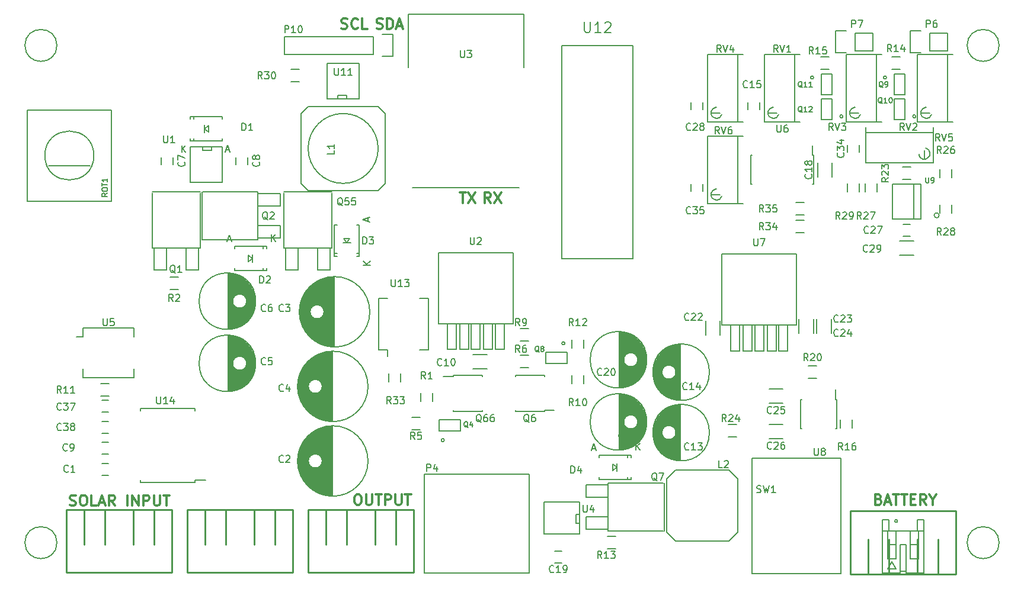
<source format=gto>
G04 #@! TF.FileFunction,Legend,Top*
%FSLAX46Y46*%
G04 Gerber Fmt 4.6, Leading zero omitted, Abs format (unit mm)*
G04 Created by KiCad (PCBNEW (2015-06-14 BZR 5748)-product) date Saturday, August 01, 2015 'AMt' 10:31:55 AM*
%MOMM*%
G01*
G04 APERTURE LIST*
%ADD10C,0.100000*%
%ADD11C,0.300000*%
%ADD12C,0.150000*%
%ADD13C,0.254000*%
%ADD14C,0.203200*%
%ADD15C,0.152400*%
G04 APERTURE END LIST*
D10*
D11*
X243138001Y-88792857D02*
X243352287Y-88864286D01*
X243423715Y-88935714D01*
X243495144Y-89078571D01*
X243495144Y-89292857D01*
X243423715Y-89435714D01*
X243352287Y-89507143D01*
X243209429Y-89578571D01*
X242638001Y-89578571D01*
X242638001Y-88078571D01*
X243138001Y-88078571D01*
X243280858Y-88150000D01*
X243352287Y-88221429D01*
X243423715Y-88364286D01*
X243423715Y-88507143D01*
X243352287Y-88650000D01*
X243280858Y-88721429D01*
X243138001Y-88792857D01*
X242638001Y-88792857D01*
X244066572Y-89150000D02*
X244780858Y-89150000D01*
X243923715Y-89578571D02*
X244423715Y-88078571D01*
X244923715Y-89578571D01*
X245209429Y-88078571D02*
X246066572Y-88078571D01*
X245638001Y-89578571D02*
X245638001Y-88078571D01*
X246352286Y-88078571D02*
X247209429Y-88078571D01*
X246780858Y-89578571D02*
X246780858Y-88078571D01*
X247709429Y-88792857D02*
X248209429Y-88792857D01*
X248423715Y-89578571D02*
X247709429Y-89578571D01*
X247709429Y-88078571D01*
X248423715Y-88078571D01*
X249923715Y-89578571D02*
X249423715Y-88864286D01*
X249066572Y-89578571D02*
X249066572Y-88078571D01*
X249638000Y-88078571D01*
X249780858Y-88150000D01*
X249852286Y-88221429D01*
X249923715Y-88364286D01*
X249923715Y-88578571D01*
X249852286Y-88721429D01*
X249780858Y-88792857D01*
X249638000Y-88864286D01*
X249066572Y-88864286D01*
X250852286Y-88864286D02*
X250852286Y-89578571D01*
X250352286Y-88078571D02*
X250852286Y-88864286D01*
X251352286Y-88078571D01*
X168604857Y-88078571D02*
X168890571Y-88078571D01*
X169033429Y-88150000D01*
X169176286Y-88292857D01*
X169247714Y-88578571D01*
X169247714Y-89078571D01*
X169176286Y-89364286D01*
X169033429Y-89507143D01*
X168890571Y-89578571D01*
X168604857Y-89578571D01*
X168462000Y-89507143D01*
X168319143Y-89364286D01*
X168247714Y-89078571D01*
X168247714Y-88578571D01*
X168319143Y-88292857D01*
X168462000Y-88150000D01*
X168604857Y-88078571D01*
X169890572Y-88078571D02*
X169890572Y-89292857D01*
X169962000Y-89435714D01*
X170033429Y-89507143D01*
X170176286Y-89578571D01*
X170462000Y-89578571D01*
X170604858Y-89507143D01*
X170676286Y-89435714D01*
X170747715Y-89292857D01*
X170747715Y-88078571D01*
X171247715Y-88078571D02*
X172104858Y-88078571D01*
X171676287Y-89578571D02*
X171676287Y-88078571D01*
X172604858Y-89578571D02*
X172604858Y-88078571D01*
X173176286Y-88078571D01*
X173319144Y-88150000D01*
X173390572Y-88221429D01*
X173462001Y-88364286D01*
X173462001Y-88578571D01*
X173390572Y-88721429D01*
X173319144Y-88792857D01*
X173176286Y-88864286D01*
X172604858Y-88864286D01*
X174104858Y-88078571D02*
X174104858Y-89292857D01*
X174176286Y-89435714D01*
X174247715Y-89507143D01*
X174390572Y-89578571D01*
X174676286Y-89578571D01*
X174819144Y-89507143D01*
X174890572Y-89435714D01*
X174962001Y-89292857D01*
X174962001Y-88078571D01*
X175462001Y-88078571D02*
X176319144Y-88078571D01*
X175890573Y-89578571D02*
X175890573Y-88078571D01*
X127584285Y-89634143D02*
X127798571Y-89705571D01*
X128155714Y-89705571D01*
X128298571Y-89634143D01*
X128370000Y-89562714D01*
X128441428Y-89419857D01*
X128441428Y-89277000D01*
X128370000Y-89134143D01*
X128298571Y-89062714D01*
X128155714Y-88991286D01*
X127870000Y-88919857D01*
X127727142Y-88848429D01*
X127655714Y-88777000D01*
X127584285Y-88634143D01*
X127584285Y-88491286D01*
X127655714Y-88348429D01*
X127727142Y-88277000D01*
X127870000Y-88205571D01*
X128227142Y-88205571D01*
X128441428Y-88277000D01*
X129369999Y-88205571D02*
X129655713Y-88205571D01*
X129798571Y-88277000D01*
X129941428Y-88419857D01*
X130012856Y-88705571D01*
X130012856Y-89205571D01*
X129941428Y-89491286D01*
X129798571Y-89634143D01*
X129655713Y-89705571D01*
X129369999Y-89705571D01*
X129227142Y-89634143D01*
X129084285Y-89491286D01*
X129012856Y-89205571D01*
X129012856Y-88705571D01*
X129084285Y-88419857D01*
X129227142Y-88277000D01*
X129369999Y-88205571D01*
X131370000Y-89705571D02*
X130655714Y-89705571D01*
X130655714Y-88205571D01*
X131798571Y-89277000D02*
X132512857Y-89277000D01*
X131655714Y-89705571D02*
X132155714Y-88205571D01*
X132655714Y-89705571D01*
X134012857Y-89705571D02*
X133512857Y-88991286D01*
X133155714Y-89705571D02*
X133155714Y-88205571D01*
X133727142Y-88205571D01*
X133870000Y-88277000D01*
X133941428Y-88348429D01*
X134012857Y-88491286D01*
X134012857Y-88705571D01*
X133941428Y-88848429D01*
X133870000Y-88919857D01*
X133727142Y-88991286D01*
X133155714Y-88991286D01*
X135798571Y-89705571D02*
X135798571Y-88205571D01*
X136512857Y-89705571D02*
X136512857Y-88205571D01*
X137370000Y-89705571D01*
X137370000Y-88205571D01*
X138084286Y-89705571D02*
X138084286Y-88205571D01*
X138655714Y-88205571D01*
X138798572Y-88277000D01*
X138870000Y-88348429D01*
X138941429Y-88491286D01*
X138941429Y-88705571D01*
X138870000Y-88848429D01*
X138798572Y-88919857D01*
X138655714Y-88991286D01*
X138084286Y-88991286D01*
X139584286Y-88205571D02*
X139584286Y-89419857D01*
X139655714Y-89562714D01*
X139727143Y-89634143D01*
X139870000Y-89705571D01*
X140155714Y-89705571D01*
X140298572Y-89634143D01*
X140370000Y-89562714D01*
X140441429Y-89419857D01*
X140441429Y-88205571D01*
X140941429Y-88205571D02*
X141798572Y-88205571D01*
X141370001Y-89705571D02*
X141370001Y-88205571D01*
X166362286Y-21435143D02*
X166576572Y-21506571D01*
X166933715Y-21506571D01*
X167076572Y-21435143D01*
X167148001Y-21363714D01*
X167219429Y-21220857D01*
X167219429Y-21078000D01*
X167148001Y-20935143D01*
X167076572Y-20863714D01*
X166933715Y-20792286D01*
X166648001Y-20720857D01*
X166505143Y-20649429D01*
X166433715Y-20578000D01*
X166362286Y-20435143D01*
X166362286Y-20292286D01*
X166433715Y-20149429D01*
X166505143Y-20078000D01*
X166648001Y-20006571D01*
X167005143Y-20006571D01*
X167219429Y-20078000D01*
X168719429Y-21363714D02*
X168648000Y-21435143D01*
X168433714Y-21506571D01*
X168290857Y-21506571D01*
X168076572Y-21435143D01*
X167933714Y-21292286D01*
X167862286Y-21149429D01*
X167790857Y-20863714D01*
X167790857Y-20649429D01*
X167862286Y-20363714D01*
X167933714Y-20220857D01*
X168076572Y-20078000D01*
X168290857Y-20006571D01*
X168433714Y-20006571D01*
X168648000Y-20078000D01*
X168719429Y-20149429D01*
X170076572Y-21506571D02*
X169362286Y-21506571D01*
X169362286Y-20006571D01*
X171406572Y-21435143D02*
X171620858Y-21506571D01*
X171978001Y-21506571D01*
X172120858Y-21435143D01*
X172192287Y-21363714D01*
X172263715Y-21220857D01*
X172263715Y-21078000D01*
X172192287Y-20935143D01*
X172120858Y-20863714D01*
X171978001Y-20792286D01*
X171692287Y-20720857D01*
X171549429Y-20649429D01*
X171478001Y-20578000D01*
X171406572Y-20435143D01*
X171406572Y-20292286D01*
X171478001Y-20149429D01*
X171549429Y-20078000D01*
X171692287Y-20006571D01*
X172049429Y-20006571D01*
X172263715Y-20078000D01*
X172906572Y-21506571D02*
X172906572Y-20006571D01*
X173263715Y-20006571D01*
X173478000Y-20078000D01*
X173620858Y-20220857D01*
X173692286Y-20363714D01*
X173763715Y-20649429D01*
X173763715Y-20863714D01*
X173692286Y-21149429D01*
X173620858Y-21292286D01*
X173478000Y-21435143D01*
X173263715Y-21506571D01*
X172906572Y-21506571D01*
X174335143Y-21078000D02*
X175049429Y-21078000D01*
X174192286Y-21506571D02*
X174692286Y-20006571D01*
X175192286Y-21506571D01*
X187710001Y-46398571D02*
X187210001Y-45684286D01*
X186852858Y-46398571D02*
X186852858Y-44898571D01*
X187424286Y-44898571D01*
X187567144Y-44970000D01*
X187638572Y-45041429D01*
X187710001Y-45184286D01*
X187710001Y-45398571D01*
X187638572Y-45541429D01*
X187567144Y-45612857D01*
X187424286Y-45684286D01*
X186852858Y-45684286D01*
X188210001Y-44898571D02*
X189210001Y-46398571D01*
X189210001Y-44898571D02*
X188210001Y-46398571D01*
X183261143Y-44898571D02*
X184118286Y-44898571D01*
X183689715Y-46398571D02*
X183689715Y-44898571D01*
X184475429Y-44898571D02*
X185475429Y-46398571D01*
X185475429Y-44898571D02*
X184475429Y-46398571D01*
D12*
X239776000Y-22098000D02*
X242316000Y-22098000D01*
X236956000Y-21818000D02*
X238506000Y-21818000D01*
X239776000Y-22098000D02*
X239776000Y-24638000D01*
X238506000Y-24918000D02*
X236956000Y-24918000D01*
X236956000Y-24918000D02*
X236956000Y-21818000D01*
X239776000Y-24638000D02*
X242316000Y-24638000D01*
X242316000Y-24638000D02*
X242316000Y-22098000D01*
D13*
X129620000Y-95250000D02*
X129620000Y-90250000D01*
X132620000Y-95250000D02*
X132620000Y-90250000D01*
X136620000Y-95250000D02*
X136620000Y-90250000D01*
X139620000Y-95250000D02*
X139620000Y-90250000D01*
X142120000Y-99250000D02*
X127120000Y-99250000D01*
X127120000Y-99250000D02*
X127120000Y-90250000D01*
X127120000Y-90250000D02*
X142120000Y-90250000D01*
X142120000Y-90250000D02*
X142120000Y-99250000D01*
D12*
X165065000Y-88311000D02*
X165065000Y-78313000D01*
X164925000Y-88307000D02*
X164925000Y-78317000D01*
X164785000Y-88299000D02*
X164785000Y-78325000D01*
X164645000Y-88287000D02*
X164645000Y-78337000D01*
X164505000Y-88272000D02*
X164505000Y-78352000D01*
X164365000Y-88252000D02*
X164365000Y-78372000D01*
X164225000Y-88228000D02*
X164225000Y-78396000D01*
X164085000Y-88199000D02*
X164085000Y-78425000D01*
X163945000Y-88167000D02*
X163945000Y-78457000D01*
X163805000Y-88130000D02*
X163805000Y-78494000D01*
X163665000Y-88089000D02*
X163665000Y-78535000D01*
X163525000Y-88044000D02*
X163525000Y-83778000D01*
X163525000Y-82846000D02*
X163525000Y-78580000D01*
X163385000Y-87994000D02*
X163385000Y-83979000D01*
X163385000Y-82645000D02*
X163385000Y-78630000D01*
X163245000Y-87939000D02*
X163245000Y-84108000D01*
X163245000Y-82516000D02*
X163245000Y-78685000D01*
X163105000Y-87879000D02*
X163105000Y-84197000D01*
X163105000Y-82427000D02*
X163105000Y-78745000D01*
X162965000Y-87814000D02*
X162965000Y-84258000D01*
X162965000Y-82366000D02*
X162965000Y-78810000D01*
X162825000Y-87744000D02*
X162825000Y-84295000D01*
X162825000Y-82329000D02*
X162825000Y-78880000D01*
X162685000Y-87668000D02*
X162685000Y-84311000D01*
X162685000Y-82313000D02*
X162685000Y-78956000D01*
X162545000Y-87586000D02*
X162545000Y-84307000D01*
X162545000Y-82317000D02*
X162545000Y-79038000D01*
X162405000Y-87498000D02*
X162405000Y-84284000D01*
X162405000Y-82340000D02*
X162405000Y-79126000D01*
X162265000Y-87403000D02*
X162265000Y-84239000D01*
X162265000Y-82385000D02*
X162265000Y-79221000D01*
X162125000Y-87301000D02*
X162125000Y-84169000D01*
X162125000Y-82455000D02*
X162125000Y-79323000D01*
X161985000Y-87191000D02*
X161985000Y-84068000D01*
X161985000Y-82556000D02*
X161985000Y-79433000D01*
X161845000Y-87073000D02*
X161845000Y-83919000D01*
X161845000Y-82705000D02*
X161845000Y-79551000D01*
X161705000Y-86945000D02*
X161705000Y-83667000D01*
X161705000Y-82957000D02*
X161705000Y-79679000D01*
X161565000Y-86808000D02*
X161565000Y-79816000D01*
X161425000Y-86658000D02*
X161425000Y-79966000D01*
X161285000Y-86496000D02*
X161285000Y-80128000D01*
X161145000Y-86319000D02*
X161145000Y-80305000D01*
X161005000Y-86123000D02*
X161005000Y-80501000D01*
X160865000Y-85905000D02*
X160865000Y-80719000D01*
X160725000Y-85659000D02*
X160725000Y-80965000D01*
X160585000Y-85374000D02*
X160585000Y-81250000D01*
X160445000Y-85032000D02*
X160445000Y-81592000D01*
X160305000Y-84586000D02*
X160305000Y-82038000D01*
X160165000Y-83811000D02*
X160165000Y-82813000D01*
X163640000Y-83312000D02*
G75*
G03X163640000Y-83312000I-1000000J0D01*
G01*
X170177500Y-83312000D02*
G75*
G03X170177500Y-83312000I-5037500J0D01*
G01*
X165319000Y-66975000D02*
X165319000Y-56977000D01*
X165179000Y-66971000D02*
X165179000Y-56981000D01*
X165039000Y-66963000D02*
X165039000Y-56989000D01*
X164899000Y-66951000D02*
X164899000Y-57001000D01*
X164759000Y-66936000D02*
X164759000Y-57016000D01*
X164619000Y-66916000D02*
X164619000Y-57036000D01*
X164479000Y-66892000D02*
X164479000Y-57060000D01*
X164339000Y-66863000D02*
X164339000Y-57089000D01*
X164199000Y-66831000D02*
X164199000Y-57121000D01*
X164059000Y-66794000D02*
X164059000Y-57158000D01*
X163919000Y-66753000D02*
X163919000Y-57199000D01*
X163779000Y-66708000D02*
X163779000Y-62442000D01*
X163779000Y-61510000D02*
X163779000Y-57244000D01*
X163639000Y-66658000D02*
X163639000Y-62643000D01*
X163639000Y-61309000D02*
X163639000Y-57294000D01*
X163499000Y-66603000D02*
X163499000Y-62772000D01*
X163499000Y-61180000D02*
X163499000Y-57349000D01*
X163359000Y-66543000D02*
X163359000Y-62861000D01*
X163359000Y-61091000D02*
X163359000Y-57409000D01*
X163219000Y-66478000D02*
X163219000Y-62922000D01*
X163219000Y-61030000D02*
X163219000Y-57474000D01*
X163079000Y-66408000D02*
X163079000Y-62959000D01*
X163079000Y-60993000D02*
X163079000Y-57544000D01*
X162939000Y-66332000D02*
X162939000Y-62975000D01*
X162939000Y-60977000D02*
X162939000Y-57620000D01*
X162799000Y-66250000D02*
X162799000Y-62971000D01*
X162799000Y-60981000D02*
X162799000Y-57702000D01*
X162659000Y-66162000D02*
X162659000Y-62948000D01*
X162659000Y-61004000D02*
X162659000Y-57790000D01*
X162519000Y-66067000D02*
X162519000Y-62903000D01*
X162519000Y-61049000D02*
X162519000Y-57885000D01*
X162379000Y-65965000D02*
X162379000Y-62833000D01*
X162379000Y-61119000D02*
X162379000Y-57987000D01*
X162239000Y-65855000D02*
X162239000Y-62732000D01*
X162239000Y-61220000D02*
X162239000Y-58097000D01*
X162099000Y-65737000D02*
X162099000Y-62583000D01*
X162099000Y-61369000D02*
X162099000Y-58215000D01*
X161959000Y-65609000D02*
X161959000Y-62331000D01*
X161959000Y-61621000D02*
X161959000Y-58343000D01*
X161819000Y-65472000D02*
X161819000Y-58480000D01*
X161679000Y-65322000D02*
X161679000Y-58630000D01*
X161539000Y-65160000D02*
X161539000Y-58792000D01*
X161399000Y-64983000D02*
X161399000Y-58969000D01*
X161259000Y-64787000D02*
X161259000Y-59165000D01*
X161119000Y-64569000D02*
X161119000Y-59383000D01*
X160979000Y-64323000D02*
X160979000Y-59629000D01*
X160839000Y-64038000D02*
X160839000Y-59914000D01*
X160699000Y-63696000D02*
X160699000Y-60256000D01*
X160559000Y-63250000D02*
X160559000Y-60702000D01*
X160419000Y-62475000D02*
X160419000Y-61477000D01*
X163894000Y-61976000D02*
G75*
G03X163894000Y-61976000I-1000000J0D01*
G01*
X170431500Y-61976000D02*
G75*
G03X170431500Y-61976000I-5037500J0D01*
G01*
X165065000Y-77643000D02*
X165065000Y-67645000D01*
X164925000Y-77639000D02*
X164925000Y-67649000D01*
X164785000Y-77631000D02*
X164785000Y-67657000D01*
X164645000Y-77619000D02*
X164645000Y-67669000D01*
X164505000Y-77604000D02*
X164505000Y-67684000D01*
X164365000Y-77584000D02*
X164365000Y-67704000D01*
X164225000Y-77560000D02*
X164225000Y-67728000D01*
X164085000Y-77531000D02*
X164085000Y-67757000D01*
X163945000Y-77499000D02*
X163945000Y-67789000D01*
X163805000Y-77462000D02*
X163805000Y-67826000D01*
X163665000Y-77421000D02*
X163665000Y-67867000D01*
X163525000Y-77376000D02*
X163525000Y-73110000D01*
X163525000Y-72178000D02*
X163525000Y-67912000D01*
X163385000Y-77326000D02*
X163385000Y-73311000D01*
X163385000Y-71977000D02*
X163385000Y-67962000D01*
X163245000Y-77271000D02*
X163245000Y-73440000D01*
X163245000Y-71848000D02*
X163245000Y-68017000D01*
X163105000Y-77211000D02*
X163105000Y-73529000D01*
X163105000Y-71759000D02*
X163105000Y-68077000D01*
X162965000Y-77146000D02*
X162965000Y-73590000D01*
X162965000Y-71698000D02*
X162965000Y-68142000D01*
X162825000Y-77076000D02*
X162825000Y-73627000D01*
X162825000Y-71661000D02*
X162825000Y-68212000D01*
X162685000Y-77000000D02*
X162685000Y-73643000D01*
X162685000Y-71645000D02*
X162685000Y-68288000D01*
X162545000Y-76918000D02*
X162545000Y-73639000D01*
X162545000Y-71649000D02*
X162545000Y-68370000D01*
X162405000Y-76830000D02*
X162405000Y-73616000D01*
X162405000Y-71672000D02*
X162405000Y-68458000D01*
X162265000Y-76735000D02*
X162265000Y-73571000D01*
X162265000Y-71717000D02*
X162265000Y-68553000D01*
X162125000Y-76633000D02*
X162125000Y-73501000D01*
X162125000Y-71787000D02*
X162125000Y-68655000D01*
X161985000Y-76523000D02*
X161985000Y-73400000D01*
X161985000Y-71888000D02*
X161985000Y-68765000D01*
X161845000Y-76405000D02*
X161845000Y-73251000D01*
X161845000Y-72037000D02*
X161845000Y-68883000D01*
X161705000Y-76277000D02*
X161705000Y-72999000D01*
X161705000Y-72289000D02*
X161705000Y-69011000D01*
X161565000Y-76140000D02*
X161565000Y-69148000D01*
X161425000Y-75990000D02*
X161425000Y-69298000D01*
X161285000Y-75828000D02*
X161285000Y-69460000D01*
X161145000Y-75651000D02*
X161145000Y-69637000D01*
X161005000Y-75455000D02*
X161005000Y-69833000D01*
X160865000Y-75237000D02*
X160865000Y-70051000D01*
X160725000Y-74991000D02*
X160725000Y-70297000D01*
X160585000Y-74706000D02*
X160585000Y-70582000D01*
X160445000Y-74364000D02*
X160445000Y-70924000D01*
X160305000Y-73918000D02*
X160305000Y-71370000D01*
X160165000Y-73143000D02*
X160165000Y-72145000D01*
X163640000Y-72644000D02*
G75*
G03X163640000Y-72644000I-1000000J0D01*
G01*
X170177500Y-72644000D02*
G75*
G03X170177500Y-72644000I-5037500J0D01*
G01*
X150161000Y-65343000D02*
X150161000Y-73341000D01*
X150301000Y-65348000D02*
X150301000Y-73336000D01*
X150441000Y-65358000D02*
X150441000Y-73326000D01*
X150581000Y-65373000D02*
X150581000Y-73311000D01*
X150721000Y-65393000D02*
X150721000Y-73291000D01*
X150861000Y-65418000D02*
X150861000Y-69120000D01*
X150861000Y-69564000D02*
X150861000Y-73266000D01*
X151001000Y-65448000D02*
X151001000Y-68792000D01*
X151001000Y-69892000D02*
X151001000Y-73236000D01*
X151141000Y-65484000D02*
X151141000Y-68623000D01*
X151141000Y-70061000D02*
X151141000Y-73200000D01*
X151281000Y-65525000D02*
X151281000Y-68510000D01*
X151281000Y-70174000D02*
X151281000Y-73159000D01*
X151421000Y-65571000D02*
X151421000Y-68432000D01*
X151421000Y-70252000D02*
X151421000Y-73113000D01*
X151561000Y-65624000D02*
X151561000Y-68381000D01*
X151561000Y-70303000D02*
X151561000Y-73060000D01*
X151701000Y-65683000D02*
X151701000Y-68351000D01*
X151701000Y-70333000D02*
X151701000Y-73001000D01*
X151841000Y-65748000D02*
X151841000Y-68342000D01*
X151841000Y-70342000D02*
X151841000Y-72936000D01*
X151981000Y-65819000D02*
X151981000Y-68353000D01*
X151981000Y-70331000D02*
X151981000Y-72865000D01*
X152121000Y-65898000D02*
X152121000Y-68383000D01*
X152121000Y-70301000D02*
X152121000Y-72786000D01*
X152261000Y-65985000D02*
X152261000Y-68437000D01*
X152261000Y-70247000D02*
X152261000Y-72699000D01*
X152401000Y-66080000D02*
X152401000Y-68517000D01*
X152401000Y-70167000D02*
X152401000Y-72604000D01*
X152541000Y-66184000D02*
X152541000Y-68633000D01*
X152541000Y-70051000D02*
X152541000Y-72500000D01*
X152681000Y-66298000D02*
X152681000Y-68807000D01*
X152681000Y-69877000D02*
X152681000Y-72386000D01*
X152821000Y-66423000D02*
X152821000Y-69169000D01*
X152821000Y-69515000D02*
X152821000Y-72261000D01*
X152961000Y-66561000D02*
X152961000Y-72123000D01*
X153101000Y-66713000D02*
X153101000Y-71971000D01*
X153241000Y-66883000D02*
X153241000Y-71801000D01*
X153381000Y-67074000D02*
X153381000Y-71610000D01*
X153521000Y-67292000D02*
X153521000Y-71392000D01*
X153661000Y-67548000D02*
X153661000Y-71136000D01*
X153801000Y-67859000D02*
X153801000Y-70825000D01*
X153941000Y-68275000D02*
X153941000Y-70409000D01*
X154081000Y-69142000D02*
X154081000Y-69542000D01*
X152836000Y-69342000D02*
G75*
G03X152836000Y-69342000I-1000000J0D01*
G01*
X154123500Y-69342000D02*
G75*
G03X154123500Y-69342000I-4037500J0D01*
G01*
X150161000Y-56453000D02*
X150161000Y-64451000D01*
X150301000Y-56458000D02*
X150301000Y-64446000D01*
X150441000Y-56468000D02*
X150441000Y-64436000D01*
X150581000Y-56483000D02*
X150581000Y-64421000D01*
X150721000Y-56503000D02*
X150721000Y-64401000D01*
X150861000Y-56528000D02*
X150861000Y-60230000D01*
X150861000Y-60674000D02*
X150861000Y-64376000D01*
X151001000Y-56558000D02*
X151001000Y-59902000D01*
X151001000Y-61002000D02*
X151001000Y-64346000D01*
X151141000Y-56594000D02*
X151141000Y-59733000D01*
X151141000Y-61171000D02*
X151141000Y-64310000D01*
X151281000Y-56635000D02*
X151281000Y-59620000D01*
X151281000Y-61284000D02*
X151281000Y-64269000D01*
X151421000Y-56681000D02*
X151421000Y-59542000D01*
X151421000Y-61362000D02*
X151421000Y-64223000D01*
X151561000Y-56734000D02*
X151561000Y-59491000D01*
X151561000Y-61413000D02*
X151561000Y-64170000D01*
X151701000Y-56793000D02*
X151701000Y-59461000D01*
X151701000Y-61443000D02*
X151701000Y-64111000D01*
X151841000Y-56858000D02*
X151841000Y-59452000D01*
X151841000Y-61452000D02*
X151841000Y-64046000D01*
X151981000Y-56929000D02*
X151981000Y-59463000D01*
X151981000Y-61441000D02*
X151981000Y-63975000D01*
X152121000Y-57008000D02*
X152121000Y-59493000D01*
X152121000Y-61411000D02*
X152121000Y-63896000D01*
X152261000Y-57095000D02*
X152261000Y-59547000D01*
X152261000Y-61357000D02*
X152261000Y-63809000D01*
X152401000Y-57190000D02*
X152401000Y-59627000D01*
X152401000Y-61277000D02*
X152401000Y-63714000D01*
X152541000Y-57294000D02*
X152541000Y-59743000D01*
X152541000Y-61161000D02*
X152541000Y-63610000D01*
X152681000Y-57408000D02*
X152681000Y-59917000D01*
X152681000Y-60987000D02*
X152681000Y-63496000D01*
X152821000Y-57533000D02*
X152821000Y-60279000D01*
X152821000Y-60625000D02*
X152821000Y-63371000D01*
X152961000Y-57671000D02*
X152961000Y-63233000D01*
X153101000Y-57823000D02*
X153101000Y-63081000D01*
X153241000Y-57993000D02*
X153241000Y-62911000D01*
X153381000Y-58184000D02*
X153381000Y-62720000D01*
X153521000Y-58402000D02*
X153521000Y-62502000D01*
X153661000Y-58658000D02*
X153661000Y-62246000D01*
X153801000Y-58969000D02*
X153801000Y-61935000D01*
X153941000Y-59385000D02*
X153941000Y-61519000D01*
X154081000Y-60252000D02*
X154081000Y-60652000D01*
X152836000Y-60452000D02*
G75*
G03X152836000Y-60452000I-1000000J0D01*
G01*
X154123500Y-60452000D02*
G75*
G03X154123500Y-60452000I-4037500J0D01*
G01*
X142328000Y-40886000D02*
X142328000Y-39886000D01*
X140628000Y-39886000D02*
X140628000Y-40886000D01*
X185182000Y-70113000D02*
X187182000Y-70113000D01*
X187182000Y-68063000D02*
X185182000Y-68063000D01*
X214837000Y-83247000D02*
X214837000Y-75249000D01*
X214697000Y-83242000D02*
X214697000Y-75254000D01*
X214557000Y-83232000D02*
X214557000Y-75264000D01*
X214417000Y-83217000D02*
X214417000Y-75279000D01*
X214277000Y-83197000D02*
X214277000Y-75299000D01*
X214137000Y-83172000D02*
X214137000Y-79470000D01*
X214137000Y-79026000D02*
X214137000Y-75324000D01*
X213997000Y-83142000D02*
X213997000Y-79798000D01*
X213997000Y-78698000D02*
X213997000Y-75354000D01*
X213857000Y-83106000D02*
X213857000Y-79967000D01*
X213857000Y-78529000D02*
X213857000Y-75390000D01*
X213717000Y-83065000D02*
X213717000Y-80080000D01*
X213717000Y-78416000D02*
X213717000Y-75431000D01*
X213577000Y-83019000D02*
X213577000Y-80158000D01*
X213577000Y-78338000D02*
X213577000Y-75477000D01*
X213437000Y-82966000D02*
X213437000Y-80209000D01*
X213437000Y-78287000D02*
X213437000Y-75530000D01*
X213297000Y-82907000D02*
X213297000Y-80239000D01*
X213297000Y-78257000D02*
X213297000Y-75589000D01*
X213157000Y-82842000D02*
X213157000Y-80248000D01*
X213157000Y-78248000D02*
X213157000Y-75654000D01*
X213017000Y-82771000D02*
X213017000Y-80237000D01*
X213017000Y-78259000D02*
X213017000Y-75725000D01*
X212877000Y-82692000D02*
X212877000Y-80207000D01*
X212877000Y-78289000D02*
X212877000Y-75804000D01*
X212737000Y-82605000D02*
X212737000Y-80153000D01*
X212737000Y-78343000D02*
X212737000Y-75891000D01*
X212597000Y-82510000D02*
X212597000Y-80073000D01*
X212597000Y-78423000D02*
X212597000Y-75986000D01*
X212457000Y-82406000D02*
X212457000Y-79957000D01*
X212457000Y-78539000D02*
X212457000Y-76090000D01*
X212317000Y-82292000D02*
X212317000Y-79783000D01*
X212317000Y-78713000D02*
X212317000Y-76204000D01*
X212177000Y-82167000D02*
X212177000Y-79421000D01*
X212177000Y-79075000D02*
X212177000Y-76329000D01*
X212037000Y-82029000D02*
X212037000Y-76467000D01*
X211897000Y-81877000D02*
X211897000Y-76619000D01*
X211757000Y-81707000D02*
X211757000Y-76789000D01*
X211617000Y-81516000D02*
X211617000Y-76980000D01*
X211477000Y-81298000D02*
X211477000Y-77198000D01*
X211337000Y-81042000D02*
X211337000Y-77454000D01*
X211197000Y-80731000D02*
X211197000Y-77765000D01*
X211057000Y-80315000D02*
X211057000Y-78181000D01*
X210917000Y-79448000D02*
X210917000Y-79048000D01*
X214162000Y-79248000D02*
G75*
G03X214162000Y-79248000I-1000000J0D01*
G01*
X218949500Y-79248000D02*
G75*
G03X218949500Y-79248000I-4037500J0D01*
G01*
X214837000Y-74611000D02*
X214837000Y-66613000D01*
X214697000Y-74606000D02*
X214697000Y-66618000D01*
X214557000Y-74596000D02*
X214557000Y-66628000D01*
X214417000Y-74581000D02*
X214417000Y-66643000D01*
X214277000Y-74561000D02*
X214277000Y-66663000D01*
X214137000Y-74536000D02*
X214137000Y-70834000D01*
X214137000Y-70390000D02*
X214137000Y-66688000D01*
X213997000Y-74506000D02*
X213997000Y-71162000D01*
X213997000Y-70062000D02*
X213997000Y-66718000D01*
X213857000Y-74470000D02*
X213857000Y-71331000D01*
X213857000Y-69893000D02*
X213857000Y-66754000D01*
X213717000Y-74429000D02*
X213717000Y-71444000D01*
X213717000Y-69780000D02*
X213717000Y-66795000D01*
X213577000Y-74383000D02*
X213577000Y-71522000D01*
X213577000Y-69702000D02*
X213577000Y-66841000D01*
X213437000Y-74330000D02*
X213437000Y-71573000D01*
X213437000Y-69651000D02*
X213437000Y-66894000D01*
X213297000Y-74271000D02*
X213297000Y-71603000D01*
X213297000Y-69621000D02*
X213297000Y-66953000D01*
X213157000Y-74206000D02*
X213157000Y-71612000D01*
X213157000Y-69612000D02*
X213157000Y-67018000D01*
X213017000Y-74135000D02*
X213017000Y-71601000D01*
X213017000Y-69623000D02*
X213017000Y-67089000D01*
X212877000Y-74056000D02*
X212877000Y-71571000D01*
X212877000Y-69653000D02*
X212877000Y-67168000D01*
X212737000Y-73969000D02*
X212737000Y-71517000D01*
X212737000Y-69707000D02*
X212737000Y-67255000D01*
X212597000Y-73874000D02*
X212597000Y-71437000D01*
X212597000Y-69787000D02*
X212597000Y-67350000D01*
X212457000Y-73770000D02*
X212457000Y-71321000D01*
X212457000Y-69903000D02*
X212457000Y-67454000D01*
X212317000Y-73656000D02*
X212317000Y-71147000D01*
X212317000Y-70077000D02*
X212317000Y-67568000D01*
X212177000Y-73531000D02*
X212177000Y-70785000D01*
X212177000Y-70439000D02*
X212177000Y-67693000D01*
X212037000Y-73393000D02*
X212037000Y-67831000D01*
X211897000Y-73241000D02*
X211897000Y-67983000D01*
X211757000Y-73071000D02*
X211757000Y-68153000D01*
X211617000Y-72880000D02*
X211617000Y-68344000D01*
X211477000Y-72662000D02*
X211477000Y-68562000D01*
X211337000Y-72406000D02*
X211337000Y-68818000D01*
X211197000Y-72095000D02*
X211197000Y-69129000D01*
X211057000Y-71679000D02*
X211057000Y-69545000D01*
X210917000Y-70812000D02*
X210917000Y-70412000D01*
X214162000Y-70612000D02*
G75*
G03X214162000Y-70612000I-1000000J0D01*
G01*
X218949500Y-70612000D02*
G75*
G03X218949500Y-70612000I-4037500J0D01*
G01*
X224448000Y-32012000D02*
X224448000Y-33012000D01*
X226148000Y-33012000D02*
X226148000Y-32012000D01*
X197858000Y-96178000D02*
X196858000Y-96178000D01*
X196858000Y-97878000D02*
X197858000Y-97878000D01*
X206041000Y-64835000D02*
X206041000Y-72833000D01*
X206181000Y-64840000D02*
X206181000Y-72828000D01*
X206321000Y-64850000D02*
X206321000Y-72818000D01*
X206461000Y-64865000D02*
X206461000Y-72803000D01*
X206601000Y-64885000D02*
X206601000Y-72783000D01*
X206741000Y-64910000D02*
X206741000Y-68612000D01*
X206741000Y-69056000D02*
X206741000Y-72758000D01*
X206881000Y-64940000D02*
X206881000Y-68284000D01*
X206881000Y-69384000D02*
X206881000Y-72728000D01*
X207021000Y-64976000D02*
X207021000Y-68115000D01*
X207021000Y-69553000D02*
X207021000Y-72692000D01*
X207161000Y-65017000D02*
X207161000Y-68002000D01*
X207161000Y-69666000D02*
X207161000Y-72651000D01*
X207301000Y-65063000D02*
X207301000Y-67924000D01*
X207301000Y-69744000D02*
X207301000Y-72605000D01*
X207441000Y-65116000D02*
X207441000Y-67873000D01*
X207441000Y-69795000D02*
X207441000Y-72552000D01*
X207581000Y-65175000D02*
X207581000Y-67843000D01*
X207581000Y-69825000D02*
X207581000Y-72493000D01*
X207721000Y-65240000D02*
X207721000Y-67834000D01*
X207721000Y-69834000D02*
X207721000Y-72428000D01*
X207861000Y-65311000D02*
X207861000Y-67845000D01*
X207861000Y-69823000D02*
X207861000Y-72357000D01*
X208001000Y-65390000D02*
X208001000Y-67875000D01*
X208001000Y-69793000D02*
X208001000Y-72278000D01*
X208141000Y-65477000D02*
X208141000Y-67929000D01*
X208141000Y-69739000D02*
X208141000Y-72191000D01*
X208281000Y-65572000D02*
X208281000Y-68009000D01*
X208281000Y-69659000D02*
X208281000Y-72096000D01*
X208421000Y-65676000D02*
X208421000Y-68125000D01*
X208421000Y-69543000D02*
X208421000Y-71992000D01*
X208561000Y-65790000D02*
X208561000Y-68299000D01*
X208561000Y-69369000D02*
X208561000Y-71878000D01*
X208701000Y-65915000D02*
X208701000Y-68661000D01*
X208701000Y-69007000D02*
X208701000Y-71753000D01*
X208841000Y-66053000D02*
X208841000Y-71615000D01*
X208981000Y-66205000D02*
X208981000Y-71463000D01*
X209121000Y-66375000D02*
X209121000Y-71293000D01*
X209261000Y-66566000D02*
X209261000Y-71102000D01*
X209401000Y-66784000D02*
X209401000Y-70884000D01*
X209541000Y-67040000D02*
X209541000Y-70628000D01*
X209681000Y-67351000D02*
X209681000Y-70317000D01*
X209821000Y-67767000D02*
X209821000Y-69901000D01*
X209961000Y-68634000D02*
X209961000Y-69034000D01*
X208716000Y-68834000D02*
G75*
G03X208716000Y-68834000I-1000000J0D01*
G01*
X210003500Y-68834000D02*
G75*
G03X210003500Y-68834000I-4037500J0D01*
G01*
X206041000Y-73725000D02*
X206041000Y-81723000D01*
X206181000Y-73730000D02*
X206181000Y-81718000D01*
X206321000Y-73740000D02*
X206321000Y-81708000D01*
X206461000Y-73755000D02*
X206461000Y-81693000D01*
X206601000Y-73775000D02*
X206601000Y-81673000D01*
X206741000Y-73800000D02*
X206741000Y-77502000D01*
X206741000Y-77946000D02*
X206741000Y-81648000D01*
X206881000Y-73830000D02*
X206881000Y-77174000D01*
X206881000Y-78274000D02*
X206881000Y-81618000D01*
X207021000Y-73866000D02*
X207021000Y-77005000D01*
X207021000Y-78443000D02*
X207021000Y-81582000D01*
X207161000Y-73907000D02*
X207161000Y-76892000D01*
X207161000Y-78556000D02*
X207161000Y-81541000D01*
X207301000Y-73953000D02*
X207301000Y-76814000D01*
X207301000Y-78634000D02*
X207301000Y-81495000D01*
X207441000Y-74006000D02*
X207441000Y-76763000D01*
X207441000Y-78685000D02*
X207441000Y-81442000D01*
X207581000Y-74065000D02*
X207581000Y-76733000D01*
X207581000Y-78715000D02*
X207581000Y-81383000D01*
X207721000Y-74130000D02*
X207721000Y-76724000D01*
X207721000Y-78724000D02*
X207721000Y-81318000D01*
X207861000Y-74201000D02*
X207861000Y-76735000D01*
X207861000Y-78713000D02*
X207861000Y-81247000D01*
X208001000Y-74280000D02*
X208001000Y-76765000D01*
X208001000Y-78683000D02*
X208001000Y-81168000D01*
X208141000Y-74367000D02*
X208141000Y-76819000D01*
X208141000Y-78629000D02*
X208141000Y-81081000D01*
X208281000Y-74462000D02*
X208281000Y-76899000D01*
X208281000Y-78549000D02*
X208281000Y-80986000D01*
X208421000Y-74566000D02*
X208421000Y-77015000D01*
X208421000Y-78433000D02*
X208421000Y-80882000D01*
X208561000Y-74680000D02*
X208561000Y-77189000D01*
X208561000Y-78259000D02*
X208561000Y-80768000D01*
X208701000Y-74805000D02*
X208701000Y-77551000D01*
X208701000Y-77897000D02*
X208701000Y-80643000D01*
X208841000Y-74943000D02*
X208841000Y-80505000D01*
X208981000Y-75095000D02*
X208981000Y-80353000D01*
X209121000Y-75265000D02*
X209121000Y-80183000D01*
X209261000Y-75456000D02*
X209261000Y-79992000D01*
X209401000Y-75674000D02*
X209401000Y-79774000D01*
X209541000Y-75930000D02*
X209541000Y-79518000D01*
X209681000Y-76241000D02*
X209681000Y-79207000D01*
X209821000Y-76657000D02*
X209821000Y-78791000D01*
X209961000Y-77524000D02*
X209961000Y-77924000D01*
X208716000Y-77724000D02*
G75*
G03X208716000Y-77724000I-1000000J0D01*
G01*
X210003500Y-77724000D02*
G75*
G03X210003500Y-77724000I-4037500J0D01*
G01*
X218431000Y-63262000D02*
X218431000Y-65262000D01*
X220481000Y-65262000D02*
X220481000Y-63262000D01*
X231766000Y-63008000D02*
X231766000Y-65008000D01*
X233816000Y-65008000D02*
X233816000Y-63008000D01*
X234306000Y-63008000D02*
X234306000Y-65008000D01*
X236356000Y-65008000D02*
X236356000Y-63008000D01*
X227473000Y-75066000D02*
X229473000Y-75066000D01*
X229473000Y-73016000D02*
X227473000Y-73016000D01*
X227473000Y-80146000D02*
X229473000Y-80146000D01*
X229473000Y-78096000D02*
X227473000Y-78096000D01*
X247642000Y-49442000D02*
X246642000Y-49442000D01*
X246642000Y-51142000D02*
X247642000Y-51142000D01*
X216320000Y-32012000D02*
X216320000Y-33012000D01*
X218020000Y-33012000D02*
X218020000Y-32012000D01*
X248142000Y-51807000D02*
X246142000Y-51807000D01*
X246142000Y-53857000D02*
X248142000Y-53857000D01*
X238672000Y-38108000D02*
X238672000Y-39108000D01*
X240372000Y-39108000D02*
X240372000Y-38108000D01*
X216320000Y-43696000D02*
X216320000Y-44696000D01*
X218020000Y-44696000D02*
X218020000Y-43696000D01*
X146816000Y-35814000D02*
X147366000Y-35364000D01*
X147366000Y-35364000D02*
X147366000Y-36264000D01*
X147366000Y-36264000D02*
X146816000Y-35814000D01*
X146816000Y-35264000D02*
X146816000Y-36364000D01*
X145266860Y-37564060D02*
X145266860Y-37213540D01*
X145266860Y-34063940D02*
X145266860Y-34414460D01*
X149316440Y-37564060D02*
X149316440Y-37213540D01*
X144815560Y-37564060D02*
X144815560Y-37213540D01*
X144815560Y-34063940D02*
X144815560Y-34414460D01*
X149316440Y-34063940D02*
X149316440Y-34414460D01*
X144815560Y-37564060D02*
X149316440Y-37564060D01*
X144815560Y-34063940D02*
X149316440Y-34063940D01*
X153666000Y-54356000D02*
X153116000Y-54806000D01*
X153116000Y-54806000D02*
X153116000Y-53906000D01*
X153116000Y-53906000D02*
X153666000Y-54356000D01*
X153666000Y-54906000D02*
X153666000Y-53806000D01*
X155215140Y-52605940D02*
X155215140Y-52956460D01*
X155215140Y-56106060D02*
X155215140Y-55755540D01*
X151165560Y-52605940D02*
X151165560Y-52956460D01*
X155666440Y-52605940D02*
X155666440Y-52956460D01*
X155666440Y-56106060D02*
X155666440Y-55755540D01*
X151165560Y-56106060D02*
X151165560Y-55755540D01*
X155666440Y-52605940D02*
X151165560Y-52605940D01*
X155666440Y-56106060D02*
X151165560Y-56106060D01*
X167132000Y-52066000D02*
X166682000Y-51516000D01*
X166682000Y-51516000D02*
X167582000Y-51516000D01*
X167582000Y-51516000D02*
X167132000Y-52066000D01*
X166582000Y-52066000D02*
X167682000Y-52066000D01*
X168882060Y-53615140D02*
X168531540Y-53615140D01*
X165381940Y-53615140D02*
X165732460Y-53615140D01*
X168882060Y-49565560D02*
X168531540Y-49565560D01*
X168882060Y-54066440D02*
X168531540Y-54066440D01*
X165381940Y-54066440D02*
X165732460Y-54066440D01*
X165381940Y-49565560D02*
X165732460Y-49565560D01*
X168882060Y-54066440D02*
X168882060Y-49565560D01*
X165381940Y-54066440D02*
X165381940Y-49565560D01*
X205736000Y-84201000D02*
X205186000Y-84651000D01*
X205186000Y-84651000D02*
X205186000Y-83751000D01*
X205186000Y-83751000D02*
X205736000Y-84201000D01*
X205736000Y-84751000D02*
X205736000Y-83651000D01*
X207285140Y-82450940D02*
X207285140Y-82801460D01*
X207285140Y-85951060D02*
X207285140Y-85600540D01*
X203235560Y-82450940D02*
X203235560Y-82801460D01*
X207736440Y-82450940D02*
X207736440Y-82801460D01*
X207736440Y-85951060D02*
X207736440Y-85600540D01*
X203235560Y-85951060D02*
X203235560Y-85600540D01*
X207736440Y-82450940D02*
X203235560Y-82450940D01*
X207736440Y-85951060D02*
X203235560Y-85951060D01*
X223012000Y-93472000D02*
X221742000Y-94742000D01*
X221742000Y-94742000D02*
X214122000Y-94742000D01*
X214122000Y-94742000D02*
X212852000Y-93472000D01*
X212852000Y-93472000D02*
X212852000Y-85852000D01*
X212852000Y-85852000D02*
X214122000Y-84582000D01*
X214122000Y-84582000D02*
X221742000Y-84582000D01*
X221742000Y-84582000D02*
X223012000Y-85852000D01*
X223012000Y-85852000D02*
X223012000Y-89662000D01*
X223012000Y-89662000D02*
X223012000Y-93472000D01*
X193167860Y-85214880D02*
X193167860Y-99311880D01*
X178181860Y-99311880D02*
X178181860Y-85214880D01*
X193167860Y-85214880D02*
X178181860Y-85214880D01*
X193167860Y-99311880D02*
X178181860Y-99311880D01*
X250444000Y-22098000D02*
X252984000Y-22098000D01*
X247624000Y-21818000D02*
X249174000Y-21818000D01*
X250444000Y-22098000D02*
X250444000Y-24638000D01*
X249174000Y-24918000D02*
X247624000Y-24918000D01*
X247624000Y-24918000D02*
X247624000Y-21818000D01*
X250444000Y-24638000D02*
X252984000Y-24638000D01*
X252984000Y-24638000D02*
X252984000Y-22098000D01*
X170942000Y-25146000D02*
X158242000Y-25146000D01*
X158242000Y-25146000D02*
X158242000Y-22606000D01*
X158242000Y-22606000D02*
X170942000Y-22606000D01*
X173762000Y-25426000D02*
X172212000Y-25426000D01*
X170942000Y-25146000D02*
X170942000Y-22606000D01*
X172212000Y-22326000D02*
X173762000Y-22326000D01*
X173762000Y-22326000D02*
X173762000Y-25426000D01*
X144145000Y-52832000D02*
X144145000Y-56007000D01*
X144145000Y-56007000D02*
X145923000Y-56007000D01*
X145923000Y-56007000D02*
X145923000Y-52832000D01*
X139573000Y-52832000D02*
X139573000Y-56007000D01*
X139573000Y-56007000D02*
X141351000Y-56007000D01*
X141351000Y-56007000D02*
X141351000Y-52832000D01*
X146177000Y-46736000D02*
X146177000Y-52832000D01*
X146177000Y-52832000D02*
X139319000Y-52832000D01*
X139319000Y-52832000D02*
X139319000Y-44958000D01*
X139319000Y-44831000D02*
X146177000Y-44831000D01*
X146177000Y-44958000D02*
X146177000Y-46736000D01*
X154432000Y-46863000D02*
X157607000Y-46863000D01*
X157607000Y-46863000D02*
X157607000Y-45085000D01*
X157607000Y-45085000D02*
X154432000Y-45085000D01*
X154432000Y-51435000D02*
X157607000Y-51435000D01*
X157607000Y-51435000D02*
X157607000Y-49657000D01*
X157607000Y-49657000D02*
X154432000Y-49657000D01*
X148336000Y-44831000D02*
X154432000Y-44831000D01*
X154432000Y-44831000D02*
X154432000Y-51689000D01*
X154432000Y-51689000D02*
X146558000Y-51689000D01*
X146431000Y-51689000D02*
X146431000Y-44831000D01*
X146558000Y-44831000D02*
X148336000Y-44831000D01*
X195369000Y-76235000D02*
X195369000Y-76090000D01*
X191219000Y-76235000D02*
X191219000Y-76090000D01*
X191219000Y-71085000D02*
X191219000Y-71230000D01*
X195369000Y-71085000D02*
X195369000Y-71230000D01*
X195369000Y-76235000D02*
X191219000Y-76235000D01*
X195369000Y-71085000D02*
X191219000Y-71085000D01*
X195369000Y-76090000D02*
X196769000Y-76090000D01*
X204470000Y-91313000D02*
X201295000Y-91313000D01*
X201295000Y-91313000D02*
X201295000Y-93091000D01*
X201295000Y-93091000D02*
X204470000Y-93091000D01*
X204470000Y-86741000D02*
X201295000Y-86741000D01*
X201295000Y-86741000D02*
X201295000Y-88519000D01*
X201295000Y-88519000D02*
X204470000Y-88519000D01*
X210566000Y-93345000D02*
X204470000Y-93345000D01*
X204470000Y-93345000D02*
X204470000Y-86487000D01*
X204470000Y-86487000D02*
X212344000Y-86487000D01*
X212471000Y-86487000D02*
X212471000Y-93345000D01*
X212344000Y-93345000D02*
X210566000Y-93345000D01*
X177687000Y-74768000D02*
X177687000Y-73568000D01*
X179437000Y-73568000D02*
X179437000Y-74768000D01*
X141894000Y-57037000D02*
X143094000Y-57037000D01*
X143094000Y-58787000D02*
X141894000Y-58787000D01*
X176438000Y-77103000D02*
X177638000Y-77103000D01*
X177638000Y-78853000D02*
X176438000Y-78853000D01*
X193132000Y-69963000D02*
X191932000Y-69963000D01*
X191932000Y-68213000D02*
X193132000Y-68213000D01*
X193132000Y-66153000D02*
X191932000Y-66153000D01*
X191932000Y-64403000D02*
X193132000Y-64403000D01*
X199277000Y-72228000D02*
X199277000Y-71028000D01*
X201027000Y-71028000D02*
X201027000Y-72228000D01*
X133188000Y-74027000D02*
X131988000Y-74027000D01*
X131988000Y-72277000D02*
X133188000Y-72277000D01*
X199277000Y-67148000D02*
X199277000Y-65948000D01*
X201027000Y-65948000D02*
X201027000Y-67148000D01*
X205578000Y-95871000D02*
X204378000Y-95871000D01*
X204378000Y-94121000D02*
X205578000Y-94121000D01*
X246218000Y-27291000D02*
X245018000Y-27291000D01*
X245018000Y-25541000D02*
X246218000Y-25541000D01*
X236058000Y-27291000D02*
X234858000Y-27291000D01*
X234858000Y-25541000D02*
X236058000Y-25541000D01*
X237631000Y-78578000D02*
X237631000Y-77378000D01*
X239381000Y-77378000D02*
X239381000Y-78578000D01*
X234280000Y-71487000D02*
X233080000Y-71487000D01*
X233080000Y-69737000D02*
X234280000Y-69737000D01*
X246542000Y-41289000D02*
X247742000Y-41289000D01*
X247742000Y-43039000D02*
X246542000Y-43039000D01*
X222850000Y-79869000D02*
X221650000Y-79869000D01*
X221650000Y-78119000D02*
X222850000Y-78119000D01*
X251855000Y-42764000D02*
X251855000Y-41564000D01*
X253605000Y-41564000D02*
X253605000Y-42764000D01*
X241187000Y-44796000D02*
X241187000Y-43596000D01*
X242937000Y-43596000D02*
X242937000Y-44796000D01*
X251855000Y-47844000D02*
X251855000Y-46644000D01*
X253605000Y-46644000D02*
X253605000Y-47844000D01*
X240397000Y-43596000D02*
X240397000Y-44796000D01*
X238647000Y-44796000D02*
X238647000Y-43596000D01*
X160366000Y-29069000D02*
X159166000Y-29069000D01*
X159166000Y-27319000D02*
X160366000Y-27319000D01*
X174865000Y-70774000D02*
X174865000Y-71974000D01*
X173115000Y-71974000D02*
X173115000Y-70774000D01*
D14*
X124508000Y-41124000D02*
X130508000Y-41124000D01*
X131008000Y-39624000D02*
G75*
G03X131008000Y-39624000I-3500000J0D01*
G01*
X121508000Y-33124000D02*
X133508000Y-33124000D01*
X133508000Y-33124000D02*
X133508000Y-46124000D01*
X133508000Y-46124000D02*
X121508000Y-46124000D01*
X121508000Y-46124000D02*
X121508000Y-33124000D01*
D12*
X227330000Y-33528000D02*
X228600000Y-33528000D01*
X228079300Y-32740600D02*
X227825300Y-32778700D01*
X227825300Y-32778700D02*
X227545900Y-32956500D01*
X227545900Y-32956500D02*
X227330000Y-33274000D01*
X227330000Y-33274000D02*
X227317300Y-33718500D01*
X227317300Y-33718500D02*
X227520500Y-34074100D01*
X227520500Y-34074100D02*
X227812600Y-34251900D01*
X227812600Y-34251900D02*
X228130100Y-34302700D01*
X228130100Y-34302700D02*
X228536500Y-34201100D01*
X228536500Y-34201100D02*
X228790500Y-33858200D01*
X228790500Y-33858200D02*
X228879400Y-33680400D01*
X231140000Y-25146000D02*
X231140000Y-34798000D01*
X228092000Y-34798000D02*
X226822000Y-34798000D01*
X226822000Y-34798000D02*
X226822000Y-25146000D01*
X226822000Y-25146000D02*
X231902000Y-25146000D01*
X231902000Y-34798000D02*
X229362000Y-34798000D01*
X229362000Y-34798000D02*
X228092000Y-34798000D01*
X249174000Y-33528000D02*
X250444000Y-33528000D01*
X249923300Y-32740600D02*
X249669300Y-32778700D01*
X249669300Y-32778700D02*
X249389900Y-32956500D01*
X249389900Y-32956500D02*
X249174000Y-33274000D01*
X249174000Y-33274000D02*
X249161300Y-33718500D01*
X249161300Y-33718500D02*
X249364500Y-34074100D01*
X249364500Y-34074100D02*
X249656600Y-34251900D01*
X249656600Y-34251900D02*
X249974100Y-34302700D01*
X249974100Y-34302700D02*
X250380500Y-34201100D01*
X250380500Y-34201100D02*
X250634500Y-33858200D01*
X250634500Y-33858200D02*
X250723400Y-33680400D01*
X252984000Y-25146000D02*
X252984000Y-34798000D01*
X249936000Y-34798000D02*
X248666000Y-34798000D01*
X248666000Y-34798000D02*
X248666000Y-25146000D01*
X248666000Y-25146000D02*
X253746000Y-25146000D01*
X253746000Y-34798000D02*
X251206000Y-34798000D01*
X251206000Y-34798000D02*
X249936000Y-34798000D01*
X239014000Y-33528000D02*
X240284000Y-33528000D01*
X239763300Y-32740600D02*
X239509300Y-32778700D01*
X239509300Y-32778700D02*
X239229900Y-32956500D01*
X239229900Y-32956500D02*
X239014000Y-33274000D01*
X239014000Y-33274000D02*
X239001300Y-33718500D01*
X239001300Y-33718500D02*
X239204500Y-34074100D01*
X239204500Y-34074100D02*
X239496600Y-34251900D01*
X239496600Y-34251900D02*
X239814100Y-34302700D01*
X239814100Y-34302700D02*
X240220500Y-34201100D01*
X240220500Y-34201100D02*
X240474500Y-33858200D01*
X240474500Y-33858200D02*
X240563400Y-33680400D01*
X242824000Y-25146000D02*
X242824000Y-34798000D01*
X239776000Y-34798000D02*
X238506000Y-34798000D01*
X238506000Y-34798000D02*
X238506000Y-25146000D01*
X238506000Y-25146000D02*
X243586000Y-25146000D01*
X243586000Y-34798000D02*
X241046000Y-34798000D01*
X241046000Y-34798000D02*
X239776000Y-34798000D01*
X219202000Y-33528000D02*
X220472000Y-33528000D01*
X219951300Y-32740600D02*
X219697300Y-32778700D01*
X219697300Y-32778700D02*
X219417900Y-32956500D01*
X219417900Y-32956500D02*
X219202000Y-33274000D01*
X219202000Y-33274000D02*
X219189300Y-33718500D01*
X219189300Y-33718500D02*
X219392500Y-34074100D01*
X219392500Y-34074100D02*
X219684600Y-34251900D01*
X219684600Y-34251900D02*
X220002100Y-34302700D01*
X220002100Y-34302700D02*
X220408500Y-34201100D01*
X220408500Y-34201100D02*
X220662500Y-33858200D01*
X220662500Y-33858200D02*
X220751400Y-33680400D01*
X223012000Y-25146000D02*
X223012000Y-34798000D01*
X219964000Y-34798000D02*
X218694000Y-34798000D01*
X218694000Y-34798000D02*
X218694000Y-25146000D01*
X218694000Y-25146000D02*
X223774000Y-25146000D01*
X223774000Y-34798000D02*
X221234000Y-34798000D01*
X221234000Y-34798000D02*
X219964000Y-34798000D01*
X249682000Y-40132000D02*
X249682000Y-38862000D01*
X248894600Y-39382700D02*
X248932700Y-39636700D01*
X248932700Y-39636700D02*
X249110500Y-39916100D01*
X249110500Y-39916100D02*
X249428000Y-40132000D01*
X249428000Y-40132000D02*
X249872500Y-40144700D01*
X249872500Y-40144700D02*
X250228100Y-39941500D01*
X250228100Y-39941500D02*
X250405900Y-39649400D01*
X250405900Y-39649400D02*
X250456700Y-39331900D01*
X250456700Y-39331900D02*
X250355100Y-38925500D01*
X250355100Y-38925500D02*
X250012200Y-38671500D01*
X250012200Y-38671500D02*
X249834400Y-38582600D01*
X241300000Y-36322000D02*
X250952000Y-36322000D01*
X250952000Y-39370000D02*
X250952000Y-40640000D01*
X250952000Y-40640000D02*
X241300000Y-40640000D01*
X241300000Y-40640000D02*
X241300000Y-35560000D01*
X250952000Y-35560000D02*
X250952000Y-38100000D01*
X250952000Y-38100000D02*
X250952000Y-39370000D01*
X219202000Y-45212000D02*
X220472000Y-45212000D01*
X219951300Y-44424600D02*
X219697300Y-44462700D01*
X219697300Y-44462700D02*
X219417900Y-44640500D01*
X219417900Y-44640500D02*
X219202000Y-44958000D01*
X219202000Y-44958000D02*
X219189300Y-45402500D01*
X219189300Y-45402500D02*
X219392500Y-45758100D01*
X219392500Y-45758100D02*
X219684600Y-45935900D01*
X219684600Y-45935900D02*
X220002100Y-45986700D01*
X220002100Y-45986700D02*
X220408500Y-45885100D01*
X220408500Y-45885100D02*
X220662500Y-45542200D01*
X220662500Y-45542200D02*
X220751400Y-45364400D01*
X223012000Y-36830000D02*
X223012000Y-46482000D01*
X219964000Y-46482000D02*
X218694000Y-46482000D01*
X218694000Y-46482000D02*
X218694000Y-36830000D01*
X218694000Y-36830000D02*
X223774000Y-36830000D01*
X223774000Y-46482000D02*
X221234000Y-46482000D01*
X221234000Y-46482000D02*
X219964000Y-46482000D01*
X237744000Y-84836000D02*
X237744000Y-82931000D01*
X237744000Y-84836000D02*
X237744000Y-99441000D01*
X237744000Y-99441000D02*
X225044000Y-99441000D01*
X225044000Y-99441000D02*
X225044000Y-83566000D01*
X225044000Y-83566000D02*
X225044000Y-82931000D01*
X225044000Y-82931000D02*
X237744000Y-82931000D01*
X149352000Y-38354000D02*
X149352000Y-43434000D01*
X149352000Y-43434000D02*
X144780000Y-43434000D01*
X144780000Y-43434000D02*
X144780000Y-38354000D01*
X144780000Y-38354000D02*
X149352000Y-38354000D01*
X147828000Y-38354000D02*
X147828000Y-38862000D01*
X147828000Y-38862000D02*
X146558000Y-38862000D01*
X146558000Y-38862000D02*
X146558000Y-38354000D01*
X188348000Y-63687000D02*
X188348000Y-67370000D01*
X188348000Y-67370000D02*
X189618000Y-67370000D01*
X189618000Y-67370000D02*
X189618000Y-63687000D01*
X186697000Y-63687000D02*
X186697000Y-67370000D01*
X186697000Y-67370000D02*
X187967000Y-67370000D01*
X187967000Y-67370000D02*
X187967000Y-63687000D01*
X184919000Y-63687000D02*
X184919000Y-67370000D01*
X184919000Y-67370000D02*
X186189000Y-67370000D01*
X186189000Y-67370000D02*
X186189000Y-63687000D01*
X183268000Y-63687000D02*
X183268000Y-67370000D01*
X183268000Y-67370000D02*
X184411000Y-67370000D01*
X184411000Y-67370000D02*
X184538000Y-67370000D01*
X184538000Y-67370000D02*
X184538000Y-63687000D01*
X181490000Y-63687000D02*
X181490000Y-67370000D01*
X181490000Y-67370000D02*
X182760000Y-67370000D01*
X182760000Y-67370000D02*
X182760000Y-63687000D01*
X180220000Y-63687000D02*
X190888000Y-63687000D01*
X190888000Y-63687000D02*
X190888000Y-53527000D01*
X190888000Y-53527000D02*
X180220000Y-53527000D01*
X180220000Y-53527000D02*
X180220000Y-63687000D01*
X192405000Y-27051000D02*
X192405000Y-19431000D01*
X192405000Y-19431000D02*
X175895000Y-19431000D01*
X175895000Y-19431000D02*
X175895000Y-27051000D01*
X191770000Y-44196000D02*
X176530000Y-44196000D01*
X200406000Y-93726000D02*
X195326000Y-93726000D01*
X195326000Y-93726000D02*
X195326000Y-89154000D01*
X195326000Y-89154000D02*
X200406000Y-89154000D01*
X200406000Y-89154000D02*
X200406000Y-93726000D01*
X200406000Y-92202000D02*
X199898000Y-92202000D01*
X199898000Y-92202000D02*
X199898000Y-90932000D01*
X199898000Y-90932000D02*
X200406000Y-90932000D01*
X129421000Y-64253000D02*
X129421000Y-65523000D01*
X136771000Y-64253000D02*
X136771000Y-65523000D01*
X136771000Y-71383000D02*
X136771000Y-70113000D01*
X129421000Y-71383000D02*
X129421000Y-70113000D01*
X129421000Y-64253000D02*
X136771000Y-64253000D01*
X129421000Y-71383000D02*
X136771000Y-71383000D01*
X129421000Y-65523000D02*
X128486000Y-65523000D01*
X233812000Y-39581000D02*
X233697000Y-39581000D01*
X233812000Y-43731000D02*
X233697000Y-43731000D01*
X224912000Y-43731000D02*
X225027000Y-43731000D01*
X224912000Y-39581000D02*
X225027000Y-39581000D01*
X233812000Y-39581000D02*
X233812000Y-43731000D01*
X224912000Y-39581000D02*
X224912000Y-43731000D01*
X233697000Y-39581000D02*
X233697000Y-38206000D01*
X228854000Y-63881000D02*
X228854000Y-67564000D01*
X228854000Y-67564000D02*
X230124000Y-67564000D01*
X230124000Y-67564000D02*
X230124000Y-63881000D01*
X227203000Y-63881000D02*
X227203000Y-67564000D01*
X227203000Y-67564000D02*
X228473000Y-67564000D01*
X228473000Y-67564000D02*
X228473000Y-63881000D01*
X225425000Y-63881000D02*
X225425000Y-67564000D01*
X225425000Y-67564000D02*
X226695000Y-67564000D01*
X226695000Y-67564000D02*
X226695000Y-63881000D01*
X223774000Y-63881000D02*
X223774000Y-67564000D01*
X223774000Y-67564000D02*
X224917000Y-67564000D01*
X224917000Y-67564000D02*
X225044000Y-67564000D01*
X225044000Y-67564000D02*
X225044000Y-63881000D01*
X221996000Y-63881000D02*
X221996000Y-67564000D01*
X221996000Y-67564000D02*
X223266000Y-67564000D01*
X223266000Y-67564000D02*
X223266000Y-63881000D01*
X220726000Y-63881000D02*
X231394000Y-63881000D01*
X231394000Y-63881000D02*
X231394000Y-53721000D01*
X231394000Y-53721000D02*
X220726000Y-53721000D01*
X220726000Y-53721000D02*
X220726000Y-63881000D01*
X237144000Y-74506000D02*
X236999000Y-74506000D01*
X237144000Y-78656000D02*
X236999000Y-78656000D01*
X231994000Y-78656000D02*
X232139000Y-78656000D01*
X231994000Y-74506000D02*
X232139000Y-74506000D01*
X237144000Y-74506000D02*
X237144000Y-78656000D01*
X231994000Y-74506000D02*
X231994000Y-78656000D01*
X236999000Y-74506000D02*
X236999000Y-73106000D01*
D14*
X248142000Y-48728000D02*
X248142000Y-43728000D01*
X249142000Y-48728000D02*
X249142000Y-43728000D01*
X249142000Y-43728000D02*
X245142000Y-43728000D01*
X245142000Y-43728000D02*
X245142000Y-48728000D01*
X245142000Y-48728000D02*
X249142000Y-48728000D01*
X251773553Y-48172000D02*
G75*
G03X251773553Y-48172000I-353553J0D01*
G01*
D12*
X164338000Y-31496000D02*
X164338000Y-26416000D01*
X164338000Y-26416000D02*
X168910000Y-26416000D01*
X168910000Y-26416000D02*
X168910000Y-31496000D01*
X168910000Y-31496000D02*
X164338000Y-31496000D01*
X165862000Y-31496000D02*
X165862000Y-30988000D01*
X165862000Y-30988000D02*
X167132000Y-30988000D01*
X167132000Y-30988000D02*
X167132000Y-31496000D01*
X208026000Y-23876000D02*
X208026000Y-54356000D01*
X208026000Y-54356000D02*
X197866000Y-54356000D01*
X197866000Y-54356000D02*
X197866000Y-23876000D01*
X197866000Y-23876000D02*
X208026000Y-23876000D01*
X171695000Y-67429000D02*
X172965000Y-67429000D01*
X171695000Y-60079000D02*
X172965000Y-60079000D01*
X178825000Y-60079000D02*
X177555000Y-60079000D01*
X178825000Y-67429000D02*
X177555000Y-67429000D01*
X171695000Y-67429000D02*
X171695000Y-60079000D01*
X178825000Y-67429000D02*
X178825000Y-60079000D01*
X172965000Y-67429000D02*
X172965000Y-68364000D01*
X145435000Y-86423000D02*
X145435000Y-86068000D01*
X137685000Y-86423000D02*
X137685000Y-86068000D01*
X137685000Y-75773000D02*
X137685000Y-76128000D01*
X145435000Y-75773000D02*
X145435000Y-76128000D01*
X145435000Y-86423000D02*
X137685000Y-86423000D01*
X145435000Y-75773000D02*
X137685000Y-75773000D01*
X145435000Y-86068000D02*
X146960000Y-86068000D01*
D13*
X146892000Y-95250000D02*
X146892000Y-90250000D01*
X149892000Y-95250000D02*
X149892000Y-90250000D01*
X153892000Y-95250000D02*
X153892000Y-90250000D01*
X156892000Y-95250000D02*
X156892000Y-90250000D01*
X159392000Y-99250000D02*
X144392000Y-99250000D01*
X144392000Y-99250000D02*
X144392000Y-90250000D01*
X144392000Y-90250000D02*
X159392000Y-90250000D01*
X159392000Y-90250000D02*
X159392000Y-99250000D01*
X251634000Y-94488000D02*
X251634000Y-99488000D01*
X248634000Y-94488000D02*
X248634000Y-99488000D01*
X244634000Y-94488000D02*
X244634000Y-99488000D01*
X241634000Y-94488000D02*
X241634000Y-99488000D01*
X239134000Y-90488000D02*
X254134000Y-90488000D01*
X254134000Y-90488000D02*
X254134000Y-99488000D01*
X254134000Y-99488000D02*
X239134000Y-99488000D01*
X239134000Y-99488000D02*
X239134000Y-90488000D01*
D14*
X246926000Y-34520000D02*
X246926000Y-31520000D01*
X246926000Y-31520000D02*
X245326000Y-31520000D01*
X245326000Y-31520000D02*
X245326000Y-34520000D01*
X245326000Y-34520000D02*
X246926000Y-34520000D01*
X248449607Y-34020000D02*
G75*
G03X248449607Y-34020000I-223607J0D01*
G01*
X245326000Y-27964000D02*
X245326000Y-30964000D01*
X245326000Y-30964000D02*
X246926000Y-30964000D01*
X246926000Y-30964000D02*
X246926000Y-27964000D01*
X246926000Y-27964000D02*
X245326000Y-27964000D01*
X244249607Y-28464000D02*
G75*
G03X244249607Y-28464000I-223607J0D01*
G01*
X234912000Y-27964000D02*
X234912000Y-30964000D01*
X234912000Y-30964000D02*
X236512000Y-30964000D01*
X236512000Y-30964000D02*
X236512000Y-27964000D01*
X236512000Y-27964000D02*
X234912000Y-27964000D01*
X233835607Y-28464000D02*
G75*
G03X233835607Y-28464000I-223607J0D01*
G01*
X236512000Y-34520000D02*
X236512000Y-31520000D01*
X236512000Y-31520000D02*
X234912000Y-31520000D01*
X234912000Y-31520000D02*
X234912000Y-34520000D01*
X234912000Y-34520000D02*
X236512000Y-34520000D01*
X238035607Y-34020000D02*
G75*
G03X238035607Y-34020000I-223607J0D01*
G01*
D12*
X232502000Y-50659000D02*
X231302000Y-50659000D01*
X231302000Y-48909000D02*
X232502000Y-48909000D01*
X231302000Y-46369000D02*
X232502000Y-46369000D01*
X232502000Y-48119000D02*
X231302000Y-48119000D01*
D13*
X164164000Y-95250000D02*
X164164000Y-90250000D01*
X167164000Y-95250000D02*
X167164000Y-90250000D01*
X171164000Y-95250000D02*
X171164000Y-90250000D01*
X174164000Y-95250000D02*
X174164000Y-90250000D01*
X176664000Y-99250000D02*
X161664000Y-99250000D01*
X161664000Y-99250000D02*
X161664000Y-90250000D01*
X161664000Y-90250000D02*
X176664000Y-90250000D01*
X176664000Y-90250000D02*
X176664000Y-99250000D01*
D14*
X180364000Y-79032000D02*
X183364000Y-79032000D01*
X183364000Y-79032000D02*
X183364000Y-77432000D01*
X183364000Y-77432000D02*
X180364000Y-77432000D01*
X180364000Y-77432000D02*
X180364000Y-79032000D01*
X181087607Y-80332000D02*
G75*
G03X181087607Y-80332000I-223607J0D01*
G01*
X198604000Y-67780000D02*
X195604000Y-67780000D01*
X195604000Y-67780000D02*
X195604000Y-69380000D01*
X195604000Y-69380000D02*
X198604000Y-69380000D01*
X198604000Y-69380000D02*
X198604000Y-67780000D01*
X198327607Y-66480000D02*
G75*
G03X198327607Y-66480000I-223607J0D01*
G01*
D12*
X132120000Y-85338000D02*
X133120000Y-85338000D01*
X133120000Y-83638000D02*
X132120000Y-83638000D01*
X152996000Y-40886000D02*
X152996000Y-39886000D01*
X151296000Y-39886000D02*
X151296000Y-40886000D01*
X132120000Y-82338000D02*
X133120000Y-82338000D01*
X133120000Y-80638000D02*
X132120000Y-80638000D01*
X234433000Y-40656000D02*
X234433000Y-42656000D01*
X236483000Y-42656000D02*
X236483000Y-40656000D01*
X132120000Y-76338000D02*
X133120000Y-76338000D01*
X133120000Y-74638000D02*
X132120000Y-74638000D01*
X132120000Y-79338000D02*
X133120000Y-79338000D01*
X133120000Y-77638000D02*
X132120000Y-77638000D01*
X171625260Y-38608000D02*
G75*
G03X171625260Y-38608000I-5001260J0D01*
G01*
X160624520Y-38608000D02*
X160624520Y-33606740D01*
X160624520Y-33606740D02*
X161622740Y-32608520D01*
X161622740Y-32608520D02*
X171625260Y-32608520D01*
X171625260Y-32608520D02*
X172623480Y-33606740D01*
X172623480Y-33606740D02*
X172623480Y-43609260D01*
X172623480Y-43609260D02*
X171625260Y-44607480D01*
X171625260Y-44607480D02*
X161622740Y-44607480D01*
X161622740Y-44607480D02*
X160624520Y-43609260D01*
X160624520Y-43609260D02*
X160624520Y-38608000D01*
X162941000Y-52832000D02*
X162941000Y-56007000D01*
X162941000Y-56007000D02*
X164719000Y-56007000D01*
X164719000Y-56007000D02*
X164719000Y-52832000D01*
X158369000Y-52832000D02*
X158369000Y-56007000D01*
X158369000Y-56007000D02*
X160147000Y-56007000D01*
X160147000Y-56007000D02*
X160147000Y-52832000D01*
X164973000Y-46736000D02*
X164973000Y-52832000D01*
X164973000Y-52832000D02*
X158115000Y-52832000D01*
X158115000Y-52832000D02*
X158115000Y-44958000D01*
X158115000Y-44831000D02*
X164973000Y-44831000D01*
X164973000Y-44958000D02*
X164973000Y-46736000D01*
X182329000Y-71085000D02*
X182329000Y-71230000D01*
X186479000Y-71085000D02*
X186479000Y-71230000D01*
X186479000Y-76235000D02*
X186479000Y-76090000D01*
X182329000Y-76235000D02*
X182329000Y-76090000D01*
X182329000Y-71085000D02*
X186479000Y-71085000D01*
X182329000Y-76235000D02*
X186479000Y-76235000D01*
X182329000Y-71230000D02*
X180929000Y-71230000D01*
X125730000Y-23876000D02*
G75*
G03X125730000Y-23876000I-2286000J0D01*
G01*
X125730000Y-94996000D02*
G75*
G03X125730000Y-94996000I-2286000J0D01*
G01*
X260350000Y-94996000D02*
G75*
G03X260350000Y-94996000I-2286000J0D01*
G01*
X260350000Y-23876000D02*
G75*
G03X260350000Y-23876000I-2286000J0D01*
G01*
D14*
X245634000Y-98704000D02*
X245034000Y-97704000D01*
X245034000Y-97704000D02*
X244434000Y-98704000D01*
X244434000Y-98704000D02*
X245634000Y-98704000D01*
X245834000Y-91904000D02*
G75*
G03X245834000Y-91904000I-200000J0D01*
G01*
X245634000Y-95304000D02*
X244434000Y-95304000D01*
X248834000Y-95304000D02*
X247634000Y-95304000D01*
X247034000Y-99104000D02*
X246234000Y-99104000D01*
X246234000Y-99304000D02*
X243634000Y-99304000D01*
X247034000Y-99304000D02*
X249634000Y-99304000D01*
X246234000Y-99304000D02*
X246234000Y-95304000D01*
X246234000Y-95304000D02*
X247034000Y-95304000D01*
X247034000Y-95304000D02*
X247034000Y-99304000D01*
X244434000Y-93304000D02*
X244434000Y-97304000D01*
X244434000Y-97304000D02*
X245634000Y-97304000D01*
X245634000Y-97304000D02*
X245634000Y-93304000D01*
X247634000Y-93304000D02*
X247634000Y-97304000D01*
X247634000Y-97304000D02*
X248834000Y-97304000D01*
X248834000Y-97304000D02*
X248834000Y-93304000D01*
X243634000Y-93304000D02*
X249634000Y-93304000D01*
X243634000Y-91704000D02*
X244634000Y-91704000D01*
X244634000Y-91704000D02*
X244634000Y-93304000D01*
X249634000Y-91704000D02*
X248634000Y-91704000D01*
X248634000Y-91704000D02*
X248634000Y-93304000D01*
X249634000Y-99304000D02*
X249634000Y-91704000D01*
X243634000Y-99304000D02*
X243634000Y-91704000D01*
D12*
X239291905Y-21280381D02*
X239291905Y-20280381D01*
X239672858Y-20280381D01*
X239768096Y-20328000D01*
X239815715Y-20375619D01*
X239863334Y-20470857D01*
X239863334Y-20613714D01*
X239815715Y-20708952D01*
X239768096Y-20756571D01*
X239672858Y-20804190D01*
X239291905Y-20804190D01*
X240196667Y-20280381D02*
X240863334Y-20280381D01*
X240434762Y-21280381D01*
X158075334Y-83415143D02*
X158027715Y-83462762D01*
X157884858Y-83510381D01*
X157789620Y-83510381D01*
X157646762Y-83462762D01*
X157551524Y-83367524D01*
X157503905Y-83272286D01*
X157456286Y-83081810D01*
X157456286Y-82938952D01*
X157503905Y-82748476D01*
X157551524Y-82653238D01*
X157646762Y-82558000D01*
X157789620Y-82510381D01*
X157884858Y-82510381D01*
X158027715Y-82558000D01*
X158075334Y-82605619D01*
X158456286Y-82605619D02*
X158503905Y-82558000D01*
X158599143Y-82510381D01*
X158837239Y-82510381D01*
X158932477Y-82558000D01*
X158980096Y-82605619D01*
X159027715Y-82700857D01*
X159027715Y-82796095D01*
X158980096Y-82938952D01*
X158408667Y-83510381D01*
X159027715Y-83510381D01*
X158075334Y-61825143D02*
X158027715Y-61872762D01*
X157884858Y-61920381D01*
X157789620Y-61920381D01*
X157646762Y-61872762D01*
X157551524Y-61777524D01*
X157503905Y-61682286D01*
X157456286Y-61491810D01*
X157456286Y-61348952D01*
X157503905Y-61158476D01*
X157551524Y-61063238D01*
X157646762Y-60968000D01*
X157789620Y-60920381D01*
X157884858Y-60920381D01*
X158027715Y-60968000D01*
X158075334Y-61015619D01*
X158408667Y-60920381D02*
X159027715Y-60920381D01*
X158694381Y-61301333D01*
X158837239Y-61301333D01*
X158932477Y-61348952D01*
X158980096Y-61396571D01*
X159027715Y-61491810D01*
X159027715Y-61729905D01*
X158980096Y-61825143D01*
X158932477Y-61872762D01*
X158837239Y-61920381D01*
X158551524Y-61920381D01*
X158456286Y-61872762D01*
X158408667Y-61825143D01*
X158075334Y-73255143D02*
X158027715Y-73302762D01*
X157884858Y-73350381D01*
X157789620Y-73350381D01*
X157646762Y-73302762D01*
X157551524Y-73207524D01*
X157503905Y-73112286D01*
X157456286Y-72921810D01*
X157456286Y-72778952D01*
X157503905Y-72588476D01*
X157551524Y-72493238D01*
X157646762Y-72398000D01*
X157789620Y-72350381D01*
X157884858Y-72350381D01*
X158027715Y-72398000D01*
X158075334Y-72445619D01*
X158932477Y-72683714D02*
X158932477Y-73350381D01*
X158694381Y-72302762D02*
X158456286Y-73017048D01*
X159075334Y-73017048D01*
X155535334Y-69445143D02*
X155487715Y-69492762D01*
X155344858Y-69540381D01*
X155249620Y-69540381D01*
X155106762Y-69492762D01*
X155011524Y-69397524D01*
X154963905Y-69302286D01*
X154916286Y-69111810D01*
X154916286Y-68968952D01*
X154963905Y-68778476D01*
X155011524Y-68683238D01*
X155106762Y-68588000D01*
X155249620Y-68540381D01*
X155344858Y-68540381D01*
X155487715Y-68588000D01*
X155535334Y-68635619D01*
X156440096Y-68540381D02*
X155963905Y-68540381D01*
X155916286Y-69016571D01*
X155963905Y-68968952D01*
X156059143Y-68921333D01*
X156297239Y-68921333D01*
X156392477Y-68968952D01*
X156440096Y-69016571D01*
X156487715Y-69111810D01*
X156487715Y-69349905D01*
X156440096Y-69445143D01*
X156392477Y-69492762D01*
X156297239Y-69540381D01*
X156059143Y-69540381D01*
X155963905Y-69492762D01*
X155916286Y-69445143D01*
X155535334Y-61825143D02*
X155487715Y-61872762D01*
X155344858Y-61920381D01*
X155249620Y-61920381D01*
X155106762Y-61872762D01*
X155011524Y-61777524D01*
X154963905Y-61682286D01*
X154916286Y-61491810D01*
X154916286Y-61348952D01*
X154963905Y-61158476D01*
X155011524Y-61063238D01*
X155106762Y-60968000D01*
X155249620Y-60920381D01*
X155344858Y-60920381D01*
X155487715Y-60968000D01*
X155535334Y-61015619D01*
X156392477Y-60920381D02*
X156202000Y-60920381D01*
X156106762Y-60968000D01*
X156059143Y-61015619D01*
X155963905Y-61158476D01*
X155916286Y-61348952D01*
X155916286Y-61729905D01*
X155963905Y-61825143D01*
X156011524Y-61872762D01*
X156106762Y-61920381D01*
X156297239Y-61920381D01*
X156392477Y-61872762D01*
X156440096Y-61825143D01*
X156487715Y-61729905D01*
X156487715Y-61491810D01*
X156440096Y-61396571D01*
X156392477Y-61348952D01*
X156297239Y-61301333D01*
X156106762Y-61301333D01*
X156011524Y-61348952D01*
X155963905Y-61396571D01*
X155916286Y-61491810D01*
X143935143Y-40552666D02*
X143982762Y-40600285D01*
X144030381Y-40743142D01*
X144030381Y-40838380D01*
X143982762Y-40981238D01*
X143887524Y-41076476D01*
X143792286Y-41124095D01*
X143601810Y-41171714D01*
X143458952Y-41171714D01*
X143268476Y-41124095D01*
X143173238Y-41076476D01*
X143078000Y-40981238D01*
X143030381Y-40838380D01*
X143030381Y-40743142D01*
X143078000Y-40600285D01*
X143125619Y-40552666D01*
X143030381Y-40219333D02*
X143030381Y-39552666D01*
X144030381Y-39981238D01*
X180713143Y-69572143D02*
X180665524Y-69619762D01*
X180522667Y-69667381D01*
X180427429Y-69667381D01*
X180284571Y-69619762D01*
X180189333Y-69524524D01*
X180141714Y-69429286D01*
X180094095Y-69238810D01*
X180094095Y-69095952D01*
X180141714Y-68905476D01*
X180189333Y-68810238D01*
X180284571Y-68715000D01*
X180427429Y-68667381D01*
X180522667Y-68667381D01*
X180665524Y-68715000D01*
X180713143Y-68762619D01*
X181665524Y-69667381D02*
X181094095Y-69667381D01*
X181379809Y-69667381D02*
X181379809Y-68667381D01*
X181284571Y-68810238D01*
X181189333Y-68905476D01*
X181094095Y-68953095D01*
X182284571Y-68667381D02*
X182379810Y-68667381D01*
X182475048Y-68715000D01*
X182522667Y-68762619D01*
X182570286Y-68857857D01*
X182617905Y-69048333D01*
X182617905Y-69286429D01*
X182570286Y-69476905D01*
X182522667Y-69572143D01*
X182475048Y-69619762D01*
X182379810Y-69667381D01*
X182284571Y-69667381D01*
X182189333Y-69619762D01*
X182141714Y-69572143D01*
X182094095Y-69476905D01*
X182046476Y-69286429D01*
X182046476Y-69048333D01*
X182094095Y-68857857D01*
X182141714Y-68762619D01*
X182189333Y-68715000D01*
X182284571Y-68667381D01*
X216019143Y-81637143D02*
X215971524Y-81684762D01*
X215828667Y-81732381D01*
X215733429Y-81732381D01*
X215590571Y-81684762D01*
X215495333Y-81589524D01*
X215447714Y-81494286D01*
X215400095Y-81303810D01*
X215400095Y-81160952D01*
X215447714Y-80970476D01*
X215495333Y-80875238D01*
X215590571Y-80780000D01*
X215733429Y-80732381D01*
X215828667Y-80732381D01*
X215971524Y-80780000D01*
X216019143Y-80827619D01*
X216971524Y-81732381D02*
X216400095Y-81732381D01*
X216685809Y-81732381D02*
X216685809Y-80732381D01*
X216590571Y-80875238D01*
X216495333Y-80970476D01*
X216400095Y-81018095D01*
X217304857Y-80732381D02*
X217923905Y-80732381D01*
X217590571Y-81113333D01*
X217733429Y-81113333D01*
X217828667Y-81160952D01*
X217876286Y-81208571D01*
X217923905Y-81303810D01*
X217923905Y-81541905D01*
X217876286Y-81637143D01*
X217828667Y-81684762D01*
X217733429Y-81732381D01*
X217447714Y-81732381D01*
X217352476Y-81684762D01*
X217304857Y-81637143D01*
X215765143Y-73001143D02*
X215717524Y-73048762D01*
X215574667Y-73096381D01*
X215479429Y-73096381D01*
X215336571Y-73048762D01*
X215241333Y-72953524D01*
X215193714Y-72858286D01*
X215146095Y-72667810D01*
X215146095Y-72524952D01*
X215193714Y-72334476D01*
X215241333Y-72239238D01*
X215336571Y-72144000D01*
X215479429Y-72096381D01*
X215574667Y-72096381D01*
X215717524Y-72144000D01*
X215765143Y-72191619D01*
X216717524Y-73096381D02*
X216146095Y-73096381D01*
X216431809Y-73096381D02*
X216431809Y-72096381D01*
X216336571Y-72239238D01*
X216241333Y-72334476D01*
X216146095Y-72382095D01*
X217574667Y-72429714D02*
X217574667Y-73096381D01*
X217336571Y-72048762D02*
X217098476Y-72763048D01*
X217717524Y-72763048D01*
X224401143Y-29821143D02*
X224353524Y-29868762D01*
X224210667Y-29916381D01*
X224115429Y-29916381D01*
X223972571Y-29868762D01*
X223877333Y-29773524D01*
X223829714Y-29678286D01*
X223782095Y-29487810D01*
X223782095Y-29344952D01*
X223829714Y-29154476D01*
X223877333Y-29059238D01*
X223972571Y-28964000D01*
X224115429Y-28916381D01*
X224210667Y-28916381D01*
X224353524Y-28964000D01*
X224401143Y-29011619D01*
X225353524Y-29916381D02*
X224782095Y-29916381D01*
X225067809Y-29916381D02*
X225067809Y-28916381D01*
X224972571Y-29059238D01*
X224877333Y-29154476D01*
X224782095Y-29202095D01*
X226258286Y-28916381D02*
X225782095Y-28916381D01*
X225734476Y-29392571D01*
X225782095Y-29344952D01*
X225877333Y-29297333D01*
X226115429Y-29297333D01*
X226210667Y-29344952D01*
X226258286Y-29392571D01*
X226305905Y-29487810D01*
X226305905Y-29725905D01*
X226258286Y-29821143D01*
X226210667Y-29868762D01*
X226115429Y-29916381D01*
X225877333Y-29916381D01*
X225782095Y-29868762D01*
X225734476Y-29821143D01*
X196715143Y-99163143D02*
X196667524Y-99210762D01*
X196524667Y-99258381D01*
X196429429Y-99258381D01*
X196286571Y-99210762D01*
X196191333Y-99115524D01*
X196143714Y-99020286D01*
X196096095Y-98829810D01*
X196096095Y-98686952D01*
X196143714Y-98496476D01*
X196191333Y-98401238D01*
X196286571Y-98306000D01*
X196429429Y-98258381D01*
X196524667Y-98258381D01*
X196667524Y-98306000D01*
X196715143Y-98353619D01*
X197667524Y-99258381D02*
X197096095Y-99258381D01*
X197381809Y-99258381D02*
X197381809Y-98258381D01*
X197286571Y-98401238D01*
X197191333Y-98496476D01*
X197096095Y-98544095D01*
X198143714Y-99258381D02*
X198334190Y-99258381D01*
X198429429Y-99210762D01*
X198477048Y-99163143D01*
X198572286Y-99020286D01*
X198619905Y-98829810D01*
X198619905Y-98448857D01*
X198572286Y-98353619D01*
X198524667Y-98306000D01*
X198429429Y-98258381D01*
X198238952Y-98258381D01*
X198143714Y-98306000D01*
X198096095Y-98353619D01*
X198048476Y-98448857D01*
X198048476Y-98686952D01*
X198096095Y-98782190D01*
X198143714Y-98829810D01*
X198238952Y-98877429D01*
X198429429Y-98877429D01*
X198524667Y-98829810D01*
X198572286Y-98782190D01*
X198619905Y-98686952D01*
X203573143Y-70969143D02*
X203525524Y-71016762D01*
X203382667Y-71064381D01*
X203287429Y-71064381D01*
X203144571Y-71016762D01*
X203049333Y-70921524D01*
X203001714Y-70826286D01*
X202954095Y-70635810D01*
X202954095Y-70492952D01*
X203001714Y-70302476D01*
X203049333Y-70207238D01*
X203144571Y-70112000D01*
X203287429Y-70064381D01*
X203382667Y-70064381D01*
X203525524Y-70112000D01*
X203573143Y-70159619D01*
X203954095Y-70159619D02*
X204001714Y-70112000D01*
X204096952Y-70064381D01*
X204335048Y-70064381D01*
X204430286Y-70112000D01*
X204477905Y-70159619D01*
X204525524Y-70254857D01*
X204525524Y-70350095D01*
X204477905Y-70492952D01*
X203906476Y-71064381D01*
X204525524Y-71064381D01*
X205144571Y-70064381D02*
X205239810Y-70064381D01*
X205335048Y-70112000D01*
X205382667Y-70159619D01*
X205430286Y-70254857D01*
X205477905Y-70445333D01*
X205477905Y-70683429D01*
X205430286Y-70873905D01*
X205382667Y-70969143D01*
X205335048Y-71016762D01*
X205239810Y-71064381D01*
X205144571Y-71064381D01*
X205049333Y-71016762D01*
X205001714Y-70969143D01*
X204954095Y-70873905D01*
X204906476Y-70683429D01*
X204906476Y-70445333D01*
X204954095Y-70254857D01*
X205001714Y-70159619D01*
X205049333Y-70112000D01*
X205144571Y-70064381D01*
X206621143Y-80113143D02*
X206573524Y-80160762D01*
X206430667Y-80208381D01*
X206335429Y-80208381D01*
X206192571Y-80160762D01*
X206097333Y-80065524D01*
X206049714Y-79970286D01*
X206002095Y-79779810D01*
X206002095Y-79636952D01*
X206049714Y-79446476D01*
X206097333Y-79351238D01*
X206192571Y-79256000D01*
X206335429Y-79208381D01*
X206430667Y-79208381D01*
X206573524Y-79256000D01*
X206621143Y-79303619D01*
X207002095Y-79303619D02*
X207049714Y-79256000D01*
X207144952Y-79208381D01*
X207383048Y-79208381D01*
X207478286Y-79256000D01*
X207525905Y-79303619D01*
X207573524Y-79398857D01*
X207573524Y-79494095D01*
X207525905Y-79636952D01*
X206954476Y-80208381D01*
X207573524Y-80208381D01*
X208525905Y-80208381D02*
X207954476Y-80208381D01*
X208240190Y-80208381D02*
X208240190Y-79208381D01*
X208144952Y-79351238D01*
X208049714Y-79446476D01*
X207954476Y-79494095D01*
X216019143Y-63095143D02*
X215971524Y-63142762D01*
X215828667Y-63190381D01*
X215733429Y-63190381D01*
X215590571Y-63142762D01*
X215495333Y-63047524D01*
X215447714Y-62952286D01*
X215400095Y-62761810D01*
X215400095Y-62618952D01*
X215447714Y-62428476D01*
X215495333Y-62333238D01*
X215590571Y-62238000D01*
X215733429Y-62190381D01*
X215828667Y-62190381D01*
X215971524Y-62238000D01*
X216019143Y-62285619D01*
X216400095Y-62285619D02*
X216447714Y-62238000D01*
X216542952Y-62190381D01*
X216781048Y-62190381D01*
X216876286Y-62238000D01*
X216923905Y-62285619D01*
X216971524Y-62380857D01*
X216971524Y-62476095D01*
X216923905Y-62618952D01*
X216352476Y-63190381D01*
X216971524Y-63190381D01*
X217352476Y-62285619D02*
X217400095Y-62238000D01*
X217495333Y-62190381D01*
X217733429Y-62190381D01*
X217828667Y-62238000D01*
X217876286Y-62285619D01*
X217923905Y-62380857D01*
X217923905Y-62476095D01*
X217876286Y-62618952D01*
X217304857Y-63190381D01*
X217923905Y-63190381D01*
X237355143Y-63349143D02*
X237307524Y-63396762D01*
X237164667Y-63444381D01*
X237069429Y-63444381D01*
X236926571Y-63396762D01*
X236831333Y-63301524D01*
X236783714Y-63206286D01*
X236736095Y-63015810D01*
X236736095Y-62872952D01*
X236783714Y-62682476D01*
X236831333Y-62587238D01*
X236926571Y-62492000D01*
X237069429Y-62444381D01*
X237164667Y-62444381D01*
X237307524Y-62492000D01*
X237355143Y-62539619D01*
X237736095Y-62539619D02*
X237783714Y-62492000D01*
X237878952Y-62444381D01*
X238117048Y-62444381D01*
X238212286Y-62492000D01*
X238259905Y-62539619D01*
X238307524Y-62634857D01*
X238307524Y-62730095D01*
X238259905Y-62872952D01*
X237688476Y-63444381D01*
X238307524Y-63444381D01*
X238640857Y-62444381D02*
X239259905Y-62444381D01*
X238926571Y-62825333D01*
X239069429Y-62825333D01*
X239164667Y-62872952D01*
X239212286Y-62920571D01*
X239259905Y-63015810D01*
X239259905Y-63253905D01*
X239212286Y-63349143D01*
X239164667Y-63396762D01*
X239069429Y-63444381D01*
X238783714Y-63444381D01*
X238688476Y-63396762D01*
X238640857Y-63349143D01*
X237355143Y-65381143D02*
X237307524Y-65428762D01*
X237164667Y-65476381D01*
X237069429Y-65476381D01*
X236926571Y-65428762D01*
X236831333Y-65333524D01*
X236783714Y-65238286D01*
X236736095Y-65047810D01*
X236736095Y-64904952D01*
X236783714Y-64714476D01*
X236831333Y-64619238D01*
X236926571Y-64524000D01*
X237069429Y-64476381D01*
X237164667Y-64476381D01*
X237307524Y-64524000D01*
X237355143Y-64571619D01*
X237736095Y-64571619D02*
X237783714Y-64524000D01*
X237878952Y-64476381D01*
X238117048Y-64476381D01*
X238212286Y-64524000D01*
X238259905Y-64571619D01*
X238307524Y-64666857D01*
X238307524Y-64762095D01*
X238259905Y-64904952D01*
X237688476Y-65476381D01*
X238307524Y-65476381D01*
X239164667Y-64809714D02*
X239164667Y-65476381D01*
X238926571Y-64428762D02*
X238688476Y-65143048D01*
X239307524Y-65143048D01*
X227830143Y-76430143D02*
X227782524Y-76477762D01*
X227639667Y-76525381D01*
X227544429Y-76525381D01*
X227401571Y-76477762D01*
X227306333Y-76382524D01*
X227258714Y-76287286D01*
X227211095Y-76096810D01*
X227211095Y-75953952D01*
X227258714Y-75763476D01*
X227306333Y-75668238D01*
X227401571Y-75573000D01*
X227544429Y-75525381D01*
X227639667Y-75525381D01*
X227782524Y-75573000D01*
X227830143Y-75620619D01*
X228211095Y-75620619D02*
X228258714Y-75573000D01*
X228353952Y-75525381D01*
X228592048Y-75525381D01*
X228687286Y-75573000D01*
X228734905Y-75620619D01*
X228782524Y-75715857D01*
X228782524Y-75811095D01*
X228734905Y-75953952D01*
X228163476Y-76525381D01*
X228782524Y-76525381D01*
X229687286Y-75525381D02*
X229211095Y-75525381D01*
X229163476Y-76001571D01*
X229211095Y-75953952D01*
X229306333Y-75906333D01*
X229544429Y-75906333D01*
X229639667Y-75953952D01*
X229687286Y-76001571D01*
X229734905Y-76096810D01*
X229734905Y-76334905D01*
X229687286Y-76430143D01*
X229639667Y-76477762D01*
X229544429Y-76525381D01*
X229306333Y-76525381D01*
X229211095Y-76477762D01*
X229163476Y-76430143D01*
X227830143Y-81510143D02*
X227782524Y-81557762D01*
X227639667Y-81605381D01*
X227544429Y-81605381D01*
X227401571Y-81557762D01*
X227306333Y-81462524D01*
X227258714Y-81367286D01*
X227211095Y-81176810D01*
X227211095Y-81033952D01*
X227258714Y-80843476D01*
X227306333Y-80748238D01*
X227401571Y-80653000D01*
X227544429Y-80605381D01*
X227639667Y-80605381D01*
X227782524Y-80653000D01*
X227830143Y-80700619D01*
X228211095Y-80700619D02*
X228258714Y-80653000D01*
X228353952Y-80605381D01*
X228592048Y-80605381D01*
X228687286Y-80653000D01*
X228734905Y-80700619D01*
X228782524Y-80795857D01*
X228782524Y-80891095D01*
X228734905Y-81033952D01*
X228163476Y-81605381D01*
X228782524Y-81605381D01*
X229639667Y-80605381D02*
X229449190Y-80605381D01*
X229353952Y-80653000D01*
X229306333Y-80700619D01*
X229211095Y-80843476D01*
X229163476Y-81033952D01*
X229163476Y-81414905D01*
X229211095Y-81510143D01*
X229258714Y-81557762D01*
X229353952Y-81605381D01*
X229544429Y-81605381D01*
X229639667Y-81557762D01*
X229687286Y-81510143D01*
X229734905Y-81414905D01*
X229734905Y-81176810D01*
X229687286Y-81081571D01*
X229639667Y-81033952D01*
X229544429Y-80986333D01*
X229353952Y-80986333D01*
X229258714Y-81033952D01*
X229211095Y-81081571D01*
X229163476Y-81176810D01*
X241673143Y-50649143D02*
X241625524Y-50696762D01*
X241482667Y-50744381D01*
X241387429Y-50744381D01*
X241244571Y-50696762D01*
X241149333Y-50601524D01*
X241101714Y-50506286D01*
X241054095Y-50315810D01*
X241054095Y-50172952D01*
X241101714Y-49982476D01*
X241149333Y-49887238D01*
X241244571Y-49792000D01*
X241387429Y-49744381D01*
X241482667Y-49744381D01*
X241625524Y-49792000D01*
X241673143Y-49839619D01*
X242054095Y-49839619D02*
X242101714Y-49792000D01*
X242196952Y-49744381D01*
X242435048Y-49744381D01*
X242530286Y-49792000D01*
X242577905Y-49839619D01*
X242625524Y-49934857D01*
X242625524Y-50030095D01*
X242577905Y-50172952D01*
X242006476Y-50744381D01*
X242625524Y-50744381D01*
X242958857Y-49744381D02*
X243625524Y-49744381D01*
X243196952Y-50744381D01*
X216273143Y-35917143D02*
X216225524Y-35964762D01*
X216082667Y-36012381D01*
X215987429Y-36012381D01*
X215844571Y-35964762D01*
X215749333Y-35869524D01*
X215701714Y-35774286D01*
X215654095Y-35583810D01*
X215654095Y-35440952D01*
X215701714Y-35250476D01*
X215749333Y-35155238D01*
X215844571Y-35060000D01*
X215987429Y-35012381D01*
X216082667Y-35012381D01*
X216225524Y-35060000D01*
X216273143Y-35107619D01*
X216654095Y-35107619D02*
X216701714Y-35060000D01*
X216796952Y-35012381D01*
X217035048Y-35012381D01*
X217130286Y-35060000D01*
X217177905Y-35107619D01*
X217225524Y-35202857D01*
X217225524Y-35298095D01*
X217177905Y-35440952D01*
X216606476Y-36012381D01*
X217225524Y-36012381D01*
X217796952Y-35440952D02*
X217701714Y-35393333D01*
X217654095Y-35345714D01*
X217606476Y-35250476D01*
X217606476Y-35202857D01*
X217654095Y-35107619D01*
X217701714Y-35060000D01*
X217796952Y-35012381D01*
X217987429Y-35012381D01*
X218082667Y-35060000D01*
X218130286Y-35107619D01*
X218177905Y-35202857D01*
X218177905Y-35250476D01*
X218130286Y-35345714D01*
X218082667Y-35393333D01*
X217987429Y-35440952D01*
X217796952Y-35440952D01*
X217701714Y-35488571D01*
X217654095Y-35536190D01*
X217606476Y-35631429D01*
X217606476Y-35821905D01*
X217654095Y-35917143D01*
X217701714Y-35964762D01*
X217796952Y-36012381D01*
X217987429Y-36012381D01*
X218082667Y-35964762D01*
X218130286Y-35917143D01*
X218177905Y-35821905D01*
X218177905Y-35631429D01*
X218130286Y-35536190D01*
X218082667Y-35488571D01*
X217987429Y-35440952D01*
X241546143Y-53316143D02*
X241498524Y-53363762D01*
X241355667Y-53411381D01*
X241260429Y-53411381D01*
X241117571Y-53363762D01*
X241022333Y-53268524D01*
X240974714Y-53173286D01*
X240927095Y-52982810D01*
X240927095Y-52839952D01*
X240974714Y-52649476D01*
X241022333Y-52554238D01*
X241117571Y-52459000D01*
X241260429Y-52411381D01*
X241355667Y-52411381D01*
X241498524Y-52459000D01*
X241546143Y-52506619D01*
X241927095Y-52506619D02*
X241974714Y-52459000D01*
X242069952Y-52411381D01*
X242308048Y-52411381D01*
X242403286Y-52459000D01*
X242450905Y-52506619D01*
X242498524Y-52601857D01*
X242498524Y-52697095D01*
X242450905Y-52839952D01*
X241879476Y-53411381D01*
X242498524Y-53411381D01*
X242974714Y-53411381D02*
X243165190Y-53411381D01*
X243260429Y-53363762D01*
X243308048Y-53316143D01*
X243403286Y-53173286D01*
X243450905Y-52982810D01*
X243450905Y-52601857D01*
X243403286Y-52506619D01*
X243355667Y-52459000D01*
X243260429Y-52411381D01*
X243069952Y-52411381D01*
X242974714Y-52459000D01*
X242927095Y-52506619D01*
X242879476Y-52601857D01*
X242879476Y-52839952D01*
X242927095Y-52935190D01*
X242974714Y-52982810D01*
X243069952Y-53030429D01*
X243260429Y-53030429D01*
X243355667Y-52982810D01*
X243403286Y-52935190D01*
X243450905Y-52839952D01*
X238101143Y-39250857D02*
X238148762Y-39298476D01*
X238196381Y-39441333D01*
X238196381Y-39536571D01*
X238148762Y-39679429D01*
X238053524Y-39774667D01*
X237958286Y-39822286D01*
X237767810Y-39869905D01*
X237624952Y-39869905D01*
X237434476Y-39822286D01*
X237339238Y-39774667D01*
X237244000Y-39679429D01*
X237196381Y-39536571D01*
X237196381Y-39441333D01*
X237244000Y-39298476D01*
X237291619Y-39250857D01*
X237196381Y-38917524D02*
X237196381Y-38298476D01*
X237577333Y-38631810D01*
X237577333Y-38488952D01*
X237624952Y-38393714D01*
X237672571Y-38346095D01*
X237767810Y-38298476D01*
X238005905Y-38298476D01*
X238101143Y-38346095D01*
X238148762Y-38393714D01*
X238196381Y-38488952D01*
X238196381Y-38774667D01*
X238148762Y-38869905D01*
X238101143Y-38917524D01*
X237529714Y-37441333D02*
X238196381Y-37441333D01*
X237148762Y-37679429D02*
X237863048Y-37917524D01*
X237863048Y-37298476D01*
X216273143Y-47855143D02*
X216225524Y-47902762D01*
X216082667Y-47950381D01*
X215987429Y-47950381D01*
X215844571Y-47902762D01*
X215749333Y-47807524D01*
X215701714Y-47712286D01*
X215654095Y-47521810D01*
X215654095Y-47378952D01*
X215701714Y-47188476D01*
X215749333Y-47093238D01*
X215844571Y-46998000D01*
X215987429Y-46950381D01*
X216082667Y-46950381D01*
X216225524Y-46998000D01*
X216273143Y-47045619D01*
X216606476Y-46950381D02*
X217225524Y-46950381D01*
X216892190Y-47331333D01*
X217035048Y-47331333D01*
X217130286Y-47378952D01*
X217177905Y-47426571D01*
X217225524Y-47521810D01*
X217225524Y-47759905D01*
X217177905Y-47855143D01*
X217130286Y-47902762D01*
X217035048Y-47950381D01*
X216749333Y-47950381D01*
X216654095Y-47902762D01*
X216606476Y-47855143D01*
X218130286Y-46950381D02*
X217654095Y-46950381D01*
X217606476Y-47426571D01*
X217654095Y-47378952D01*
X217749333Y-47331333D01*
X217987429Y-47331333D01*
X218082667Y-47378952D01*
X218130286Y-47426571D01*
X218177905Y-47521810D01*
X218177905Y-47759905D01*
X218130286Y-47855143D01*
X218082667Y-47902762D01*
X217987429Y-47950381D01*
X217749333Y-47950381D01*
X217654095Y-47902762D01*
X217606476Y-47855143D01*
X152169905Y-36012381D02*
X152169905Y-35012381D01*
X152408000Y-35012381D01*
X152550858Y-35060000D01*
X152646096Y-35155238D01*
X152693715Y-35250476D01*
X152741334Y-35440952D01*
X152741334Y-35583810D01*
X152693715Y-35774286D01*
X152646096Y-35869524D01*
X152550858Y-35964762D01*
X152408000Y-36012381D01*
X152169905Y-36012381D01*
X153693715Y-36012381D02*
X153122286Y-36012381D01*
X153408000Y-36012381D02*
X153408000Y-35012381D01*
X153312762Y-35155238D01*
X153217524Y-35250476D01*
X153122286Y-35298095D01*
X143554095Y-39166381D02*
X143554095Y-38166381D01*
X144125524Y-39166381D02*
X143696952Y-38594952D01*
X144125524Y-38166381D02*
X143554095Y-38737810D01*
X149877905Y-38830667D02*
X150354096Y-38830667D01*
X149782667Y-39116381D02*
X150116000Y-38116381D01*
X150449334Y-39116381D01*
X154709905Y-57856381D02*
X154709905Y-56856381D01*
X154948000Y-56856381D01*
X155090858Y-56904000D01*
X155186096Y-56999238D01*
X155233715Y-57094476D01*
X155281334Y-57284952D01*
X155281334Y-57427810D01*
X155233715Y-57618286D01*
X155186096Y-57713524D01*
X155090858Y-57808762D01*
X154948000Y-57856381D01*
X154709905Y-57856381D01*
X155662286Y-56951619D02*
X155709905Y-56904000D01*
X155805143Y-56856381D01*
X156043239Y-56856381D01*
X156138477Y-56904000D01*
X156186096Y-56951619D01*
X156233715Y-57046857D01*
X156233715Y-57142095D01*
X156186096Y-57284952D01*
X155614667Y-57856381D01*
X156233715Y-57856381D01*
X156404095Y-51908381D02*
X156404095Y-50908381D01*
X156975524Y-51908381D02*
X156546952Y-51336952D01*
X156975524Y-50908381D02*
X156404095Y-51479810D01*
X150127905Y-51672667D02*
X150604096Y-51672667D01*
X150032667Y-51958381D02*
X150366000Y-50958381D01*
X150699334Y-51958381D01*
X169441905Y-52268381D02*
X169441905Y-51268381D01*
X169680000Y-51268381D01*
X169822858Y-51316000D01*
X169918096Y-51411238D01*
X169965715Y-51506476D01*
X170013334Y-51696952D01*
X170013334Y-51839810D01*
X169965715Y-52030286D01*
X169918096Y-52125524D01*
X169822858Y-52220762D01*
X169680000Y-52268381D01*
X169441905Y-52268381D01*
X170346667Y-51268381D02*
X170965715Y-51268381D01*
X170632381Y-51649333D01*
X170775239Y-51649333D01*
X170870477Y-51696952D01*
X170918096Y-51744571D01*
X170965715Y-51839810D01*
X170965715Y-52077905D01*
X170918096Y-52173143D01*
X170870477Y-52220762D01*
X170775239Y-52268381D01*
X170489524Y-52268381D01*
X170394286Y-52220762D01*
X170346667Y-52173143D01*
X170484381Y-55327905D02*
X169484381Y-55327905D01*
X170484381Y-54756476D02*
X169912952Y-55185048D01*
X169484381Y-54756476D02*
X170055810Y-55327905D01*
X170148667Y-49004095D02*
X170148667Y-48527904D01*
X170434381Y-49099333D02*
X169434381Y-48766000D01*
X170434381Y-48432666D01*
X199159905Y-85034381D02*
X199159905Y-84034381D01*
X199398000Y-84034381D01*
X199540858Y-84082000D01*
X199636096Y-84177238D01*
X199683715Y-84272476D01*
X199731334Y-84462952D01*
X199731334Y-84605810D01*
X199683715Y-84796286D01*
X199636096Y-84891524D01*
X199540858Y-84986762D01*
X199398000Y-85034381D01*
X199159905Y-85034381D01*
X200588477Y-84367714D02*
X200588477Y-85034381D01*
X200350381Y-83986762D02*
X200112286Y-84701048D01*
X200731334Y-84701048D01*
X208474095Y-81753381D02*
X208474095Y-80753381D01*
X209045524Y-81753381D02*
X208616952Y-81181952D01*
X209045524Y-80753381D02*
X208474095Y-81324810D01*
X202197905Y-81517667D02*
X202674096Y-81517667D01*
X202102667Y-81803381D02*
X202436000Y-80803381D01*
X202769334Y-81803381D01*
X220813334Y-84272381D02*
X220337143Y-84272381D01*
X220337143Y-83272381D01*
X221099048Y-83367619D02*
X221146667Y-83320000D01*
X221241905Y-83272381D01*
X221480001Y-83272381D01*
X221575239Y-83320000D01*
X221622858Y-83367619D01*
X221670477Y-83462857D01*
X221670477Y-83558095D01*
X221622858Y-83700952D01*
X221051429Y-84272381D01*
X221670477Y-84272381D01*
X178585905Y-84780381D02*
X178585905Y-83780381D01*
X178966858Y-83780381D01*
X179062096Y-83828000D01*
X179109715Y-83875619D01*
X179157334Y-83970857D01*
X179157334Y-84113714D01*
X179109715Y-84208952D01*
X179062096Y-84256571D01*
X178966858Y-84304190D01*
X178585905Y-84304190D01*
X180014477Y-84113714D02*
X180014477Y-84780381D01*
X179776381Y-83732762D02*
X179538286Y-84447048D01*
X180157334Y-84447048D01*
X249959905Y-21280381D02*
X249959905Y-20280381D01*
X250340858Y-20280381D01*
X250436096Y-20328000D01*
X250483715Y-20375619D01*
X250531334Y-20470857D01*
X250531334Y-20613714D01*
X250483715Y-20708952D01*
X250436096Y-20756571D01*
X250340858Y-20804190D01*
X249959905Y-20804190D01*
X251388477Y-20280381D02*
X251198000Y-20280381D01*
X251102762Y-20328000D01*
X251055143Y-20375619D01*
X250959905Y-20518476D01*
X250912286Y-20708952D01*
X250912286Y-21089905D01*
X250959905Y-21185143D01*
X251007524Y-21232762D01*
X251102762Y-21280381D01*
X251293239Y-21280381D01*
X251388477Y-21232762D01*
X251436096Y-21185143D01*
X251483715Y-21089905D01*
X251483715Y-20851810D01*
X251436096Y-20756571D01*
X251388477Y-20708952D01*
X251293239Y-20661333D01*
X251102762Y-20661333D01*
X251007524Y-20708952D01*
X250959905Y-20756571D01*
X250912286Y-20851810D01*
X158297714Y-22042381D02*
X158297714Y-21042381D01*
X158678667Y-21042381D01*
X158773905Y-21090000D01*
X158821524Y-21137619D01*
X158869143Y-21232857D01*
X158869143Y-21375714D01*
X158821524Y-21470952D01*
X158773905Y-21518571D01*
X158678667Y-21566190D01*
X158297714Y-21566190D01*
X159821524Y-22042381D02*
X159250095Y-22042381D01*
X159535809Y-22042381D02*
X159535809Y-21042381D01*
X159440571Y-21185238D01*
X159345333Y-21280476D01*
X159250095Y-21328095D01*
X160440571Y-21042381D02*
X160535810Y-21042381D01*
X160631048Y-21090000D01*
X160678667Y-21137619D01*
X160726286Y-21232857D01*
X160773905Y-21423333D01*
X160773905Y-21661429D01*
X160726286Y-21851905D01*
X160678667Y-21947143D01*
X160631048Y-21994762D01*
X160535810Y-22042381D01*
X160440571Y-22042381D01*
X160345333Y-21994762D01*
X160297714Y-21947143D01*
X160250095Y-21851905D01*
X160202476Y-21661429D01*
X160202476Y-21423333D01*
X160250095Y-21232857D01*
X160297714Y-21137619D01*
X160345333Y-21090000D01*
X160440571Y-21042381D01*
X142652762Y-56427619D02*
X142557524Y-56380000D01*
X142462286Y-56284762D01*
X142319429Y-56141905D01*
X142224190Y-56094286D01*
X142128952Y-56094286D01*
X142176571Y-56332381D02*
X142081333Y-56284762D01*
X141986095Y-56189524D01*
X141938476Y-55999048D01*
X141938476Y-55665714D01*
X141986095Y-55475238D01*
X142081333Y-55380000D01*
X142176571Y-55332381D01*
X142367048Y-55332381D01*
X142462286Y-55380000D01*
X142557524Y-55475238D01*
X142605143Y-55665714D01*
X142605143Y-55999048D01*
X142557524Y-56189524D01*
X142462286Y-56284762D01*
X142367048Y-56332381D01*
X142176571Y-56332381D01*
X143557524Y-56332381D02*
X142986095Y-56332381D01*
X143271809Y-56332381D02*
X143271809Y-55332381D01*
X143176571Y-55475238D01*
X143081333Y-55570476D01*
X142986095Y-55618095D01*
X155860762Y-48807619D02*
X155765524Y-48760000D01*
X155670286Y-48664762D01*
X155527429Y-48521905D01*
X155432190Y-48474286D01*
X155336952Y-48474286D01*
X155384571Y-48712381D02*
X155289333Y-48664762D01*
X155194095Y-48569524D01*
X155146476Y-48379048D01*
X155146476Y-48045714D01*
X155194095Y-47855238D01*
X155289333Y-47760000D01*
X155384571Y-47712381D01*
X155575048Y-47712381D01*
X155670286Y-47760000D01*
X155765524Y-47855238D01*
X155813143Y-48045714D01*
X155813143Y-48379048D01*
X155765524Y-48569524D01*
X155670286Y-48664762D01*
X155575048Y-48712381D01*
X155384571Y-48712381D01*
X156194095Y-47807619D02*
X156241714Y-47760000D01*
X156336952Y-47712381D01*
X156575048Y-47712381D01*
X156670286Y-47760000D01*
X156717905Y-47807619D01*
X156765524Y-47902857D01*
X156765524Y-47998095D01*
X156717905Y-48140952D01*
X156146476Y-48712381D01*
X156765524Y-48712381D01*
X193198762Y-77763619D02*
X193103524Y-77716000D01*
X193008286Y-77620762D01*
X192865429Y-77477905D01*
X192770190Y-77430286D01*
X192674952Y-77430286D01*
X192722571Y-77668381D02*
X192627333Y-77620762D01*
X192532095Y-77525524D01*
X192484476Y-77335048D01*
X192484476Y-77001714D01*
X192532095Y-76811238D01*
X192627333Y-76716000D01*
X192722571Y-76668381D01*
X192913048Y-76668381D01*
X193008286Y-76716000D01*
X193103524Y-76811238D01*
X193151143Y-77001714D01*
X193151143Y-77335048D01*
X193103524Y-77525524D01*
X193008286Y-77620762D01*
X192913048Y-77668381D01*
X192722571Y-77668381D01*
X194008286Y-76668381D02*
X193817809Y-76668381D01*
X193722571Y-76716000D01*
X193674952Y-76763619D01*
X193579714Y-76906476D01*
X193532095Y-77096952D01*
X193532095Y-77477905D01*
X193579714Y-77573143D01*
X193627333Y-77620762D01*
X193722571Y-77668381D01*
X193913048Y-77668381D01*
X194008286Y-77620762D01*
X194055905Y-77573143D01*
X194103524Y-77477905D01*
X194103524Y-77239810D01*
X194055905Y-77144571D01*
X194008286Y-77096952D01*
X193913048Y-77049333D01*
X193722571Y-77049333D01*
X193627333Y-77096952D01*
X193579714Y-77144571D01*
X193532095Y-77239810D01*
X211486762Y-86145619D02*
X211391524Y-86098000D01*
X211296286Y-86002762D01*
X211153429Y-85859905D01*
X211058190Y-85812286D01*
X210962952Y-85812286D01*
X211010571Y-86050381D02*
X210915333Y-86002762D01*
X210820095Y-85907524D01*
X210772476Y-85717048D01*
X210772476Y-85383714D01*
X210820095Y-85193238D01*
X210915333Y-85098000D01*
X211010571Y-85050381D01*
X211201048Y-85050381D01*
X211296286Y-85098000D01*
X211391524Y-85193238D01*
X211439143Y-85383714D01*
X211439143Y-85717048D01*
X211391524Y-85907524D01*
X211296286Y-86002762D01*
X211201048Y-86050381D01*
X211010571Y-86050381D01*
X211772476Y-85050381D02*
X212439143Y-85050381D01*
X212010571Y-86050381D01*
X178395334Y-71572381D02*
X178062000Y-71096190D01*
X177823905Y-71572381D02*
X177823905Y-70572381D01*
X178204858Y-70572381D01*
X178300096Y-70620000D01*
X178347715Y-70667619D01*
X178395334Y-70762857D01*
X178395334Y-70905714D01*
X178347715Y-71000952D01*
X178300096Y-71048571D01*
X178204858Y-71096190D01*
X177823905Y-71096190D01*
X179347715Y-71572381D02*
X178776286Y-71572381D01*
X179062000Y-71572381D02*
X179062000Y-70572381D01*
X178966762Y-70715238D01*
X178871524Y-70810476D01*
X178776286Y-70858095D01*
X142327334Y-60464381D02*
X141994000Y-59988190D01*
X141755905Y-60464381D02*
X141755905Y-59464381D01*
X142136858Y-59464381D01*
X142232096Y-59512000D01*
X142279715Y-59559619D01*
X142327334Y-59654857D01*
X142327334Y-59797714D01*
X142279715Y-59892952D01*
X142232096Y-59940571D01*
X142136858Y-59988190D01*
X141755905Y-59988190D01*
X142708286Y-59559619D02*
X142755905Y-59512000D01*
X142851143Y-59464381D01*
X143089239Y-59464381D01*
X143184477Y-59512000D01*
X143232096Y-59559619D01*
X143279715Y-59654857D01*
X143279715Y-59750095D01*
X143232096Y-59892952D01*
X142660667Y-60464381D01*
X143279715Y-60464381D01*
X176871334Y-80208381D02*
X176538000Y-79732190D01*
X176299905Y-80208381D02*
X176299905Y-79208381D01*
X176680858Y-79208381D01*
X176776096Y-79256000D01*
X176823715Y-79303619D01*
X176871334Y-79398857D01*
X176871334Y-79541714D01*
X176823715Y-79636952D01*
X176776096Y-79684571D01*
X176680858Y-79732190D01*
X176299905Y-79732190D01*
X177776096Y-79208381D02*
X177299905Y-79208381D01*
X177252286Y-79684571D01*
X177299905Y-79636952D01*
X177395143Y-79589333D01*
X177633239Y-79589333D01*
X177728477Y-79636952D01*
X177776096Y-79684571D01*
X177823715Y-79779810D01*
X177823715Y-80017905D01*
X177776096Y-80113143D01*
X177728477Y-80160762D01*
X177633239Y-80208381D01*
X177395143Y-80208381D01*
X177299905Y-80160762D01*
X177252286Y-80113143D01*
X191857334Y-67762381D02*
X191524000Y-67286190D01*
X191285905Y-67762381D02*
X191285905Y-66762381D01*
X191666858Y-66762381D01*
X191762096Y-66810000D01*
X191809715Y-66857619D01*
X191857334Y-66952857D01*
X191857334Y-67095714D01*
X191809715Y-67190952D01*
X191762096Y-67238571D01*
X191666858Y-67286190D01*
X191285905Y-67286190D01*
X192714477Y-66762381D02*
X192524000Y-66762381D01*
X192428762Y-66810000D01*
X192381143Y-66857619D01*
X192285905Y-67000476D01*
X192238286Y-67190952D01*
X192238286Y-67571905D01*
X192285905Y-67667143D01*
X192333524Y-67714762D01*
X192428762Y-67762381D01*
X192619239Y-67762381D01*
X192714477Y-67714762D01*
X192762096Y-67667143D01*
X192809715Y-67571905D01*
X192809715Y-67333810D01*
X192762096Y-67238571D01*
X192714477Y-67190952D01*
X192619239Y-67143333D01*
X192428762Y-67143333D01*
X192333524Y-67190952D01*
X192285905Y-67238571D01*
X192238286Y-67333810D01*
X191857334Y-63952381D02*
X191524000Y-63476190D01*
X191285905Y-63952381D02*
X191285905Y-62952381D01*
X191666858Y-62952381D01*
X191762096Y-63000000D01*
X191809715Y-63047619D01*
X191857334Y-63142857D01*
X191857334Y-63285714D01*
X191809715Y-63380952D01*
X191762096Y-63428571D01*
X191666858Y-63476190D01*
X191285905Y-63476190D01*
X192333524Y-63952381D02*
X192524000Y-63952381D01*
X192619239Y-63904762D01*
X192666858Y-63857143D01*
X192762096Y-63714286D01*
X192809715Y-63523810D01*
X192809715Y-63142857D01*
X192762096Y-63047619D01*
X192714477Y-63000000D01*
X192619239Y-62952381D01*
X192428762Y-62952381D01*
X192333524Y-63000000D01*
X192285905Y-63047619D01*
X192238286Y-63142857D01*
X192238286Y-63380952D01*
X192285905Y-63476190D01*
X192333524Y-63523810D01*
X192428762Y-63571429D01*
X192619239Y-63571429D01*
X192714477Y-63523810D01*
X192762096Y-63476190D01*
X192809715Y-63380952D01*
X199509143Y-75382381D02*
X199175809Y-74906190D01*
X198937714Y-75382381D02*
X198937714Y-74382381D01*
X199318667Y-74382381D01*
X199413905Y-74430000D01*
X199461524Y-74477619D01*
X199509143Y-74572857D01*
X199509143Y-74715714D01*
X199461524Y-74810952D01*
X199413905Y-74858571D01*
X199318667Y-74906190D01*
X198937714Y-74906190D01*
X200461524Y-75382381D02*
X199890095Y-75382381D01*
X200175809Y-75382381D02*
X200175809Y-74382381D01*
X200080571Y-74525238D01*
X199985333Y-74620476D01*
X199890095Y-74668095D01*
X201080571Y-74382381D02*
X201175810Y-74382381D01*
X201271048Y-74430000D01*
X201318667Y-74477619D01*
X201366286Y-74572857D01*
X201413905Y-74763333D01*
X201413905Y-75001429D01*
X201366286Y-75191905D01*
X201318667Y-75287143D01*
X201271048Y-75334762D01*
X201175810Y-75382381D01*
X201080571Y-75382381D01*
X200985333Y-75334762D01*
X200937714Y-75287143D01*
X200890095Y-75191905D01*
X200842476Y-75001429D01*
X200842476Y-74763333D01*
X200890095Y-74572857D01*
X200937714Y-74477619D01*
X200985333Y-74430000D01*
X201080571Y-74382381D01*
X126357143Y-73604381D02*
X126023809Y-73128190D01*
X125785714Y-73604381D02*
X125785714Y-72604381D01*
X126166667Y-72604381D01*
X126261905Y-72652000D01*
X126309524Y-72699619D01*
X126357143Y-72794857D01*
X126357143Y-72937714D01*
X126309524Y-73032952D01*
X126261905Y-73080571D01*
X126166667Y-73128190D01*
X125785714Y-73128190D01*
X127309524Y-73604381D02*
X126738095Y-73604381D01*
X127023809Y-73604381D02*
X127023809Y-72604381D01*
X126928571Y-72747238D01*
X126833333Y-72842476D01*
X126738095Y-72890095D01*
X128261905Y-73604381D02*
X127690476Y-73604381D01*
X127976190Y-73604381D02*
X127976190Y-72604381D01*
X127880952Y-72747238D01*
X127785714Y-72842476D01*
X127690476Y-72890095D01*
X199509143Y-63952381D02*
X199175809Y-63476190D01*
X198937714Y-63952381D02*
X198937714Y-62952381D01*
X199318667Y-62952381D01*
X199413905Y-63000000D01*
X199461524Y-63047619D01*
X199509143Y-63142857D01*
X199509143Y-63285714D01*
X199461524Y-63380952D01*
X199413905Y-63428571D01*
X199318667Y-63476190D01*
X198937714Y-63476190D01*
X200461524Y-63952381D02*
X199890095Y-63952381D01*
X200175809Y-63952381D02*
X200175809Y-62952381D01*
X200080571Y-63095238D01*
X199985333Y-63190476D01*
X199890095Y-63238095D01*
X200842476Y-63047619D02*
X200890095Y-63000000D01*
X200985333Y-62952381D01*
X201223429Y-62952381D01*
X201318667Y-63000000D01*
X201366286Y-63047619D01*
X201413905Y-63142857D01*
X201413905Y-63238095D01*
X201366286Y-63380952D01*
X200794857Y-63952381D01*
X201413905Y-63952381D01*
X203573143Y-97226381D02*
X203239809Y-96750190D01*
X203001714Y-97226381D02*
X203001714Y-96226381D01*
X203382667Y-96226381D01*
X203477905Y-96274000D01*
X203525524Y-96321619D01*
X203573143Y-96416857D01*
X203573143Y-96559714D01*
X203525524Y-96654952D01*
X203477905Y-96702571D01*
X203382667Y-96750190D01*
X203001714Y-96750190D01*
X204525524Y-97226381D02*
X203954095Y-97226381D01*
X204239809Y-97226381D02*
X204239809Y-96226381D01*
X204144571Y-96369238D01*
X204049333Y-96464476D01*
X203954095Y-96512095D01*
X204858857Y-96226381D02*
X205477905Y-96226381D01*
X205144571Y-96607333D01*
X205287429Y-96607333D01*
X205382667Y-96654952D01*
X205430286Y-96702571D01*
X205477905Y-96797810D01*
X205477905Y-97035905D01*
X205430286Y-97131143D01*
X205382667Y-97178762D01*
X205287429Y-97226381D01*
X205001714Y-97226381D01*
X204906476Y-97178762D01*
X204858857Y-97131143D01*
X244975143Y-24768381D02*
X244641809Y-24292190D01*
X244403714Y-24768381D02*
X244403714Y-23768381D01*
X244784667Y-23768381D01*
X244879905Y-23816000D01*
X244927524Y-23863619D01*
X244975143Y-23958857D01*
X244975143Y-24101714D01*
X244927524Y-24196952D01*
X244879905Y-24244571D01*
X244784667Y-24292190D01*
X244403714Y-24292190D01*
X245927524Y-24768381D02*
X245356095Y-24768381D01*
X245641809Y-24768381D02*
X245641809Y-23768381D01*
X245546571Y-23911238D01*
X245451333Y-24006476D01*
X245356095Y-24054095D01*
X246784667Y-24101714D02*
X246784667Y-24768381D01*
X246546571Y-23720762D02*
X246308476Y-24435048D01*
X246927524Y-24435048D01*
X233799143Y-25090381D02*
X233465809Y-24614190D01*
X233227714Y-25090381D02*
X233227714Y-24090381D01*
X233608667Y-24090381D01*
X233703905Y-24138000D01*
X233751524Y-24185619D01*
X233799143Y-24280857D01*
X233799143Y-24423714D01*
X233751524Y-24518952D01*
X233703905Y-24566571D01*
X233608667Y-24614190D01*
X233227714Y-24614190D01*
X234751524Y-25090381D02*
X234180095Y-25090381D01*
X234465809Y-25090381D02*
X234465809Y-24090381D01*
X234370571Y-24233238D01*
X234275333Y-24328476D01*
X234180095Y-24376095D01*
X235656286Y-24090381D02*
X235180095Y-24090381D01*
X235132476Y-24566571D01*
X235180095Y-24518952D01*
X235275333Y-24471333D01*
X235513429Y-24471333D01*
X235608667Y-24518952D01*
X235656286Y-24566571D01*
X235703905Y-24661810D01*
X235703905Y-24899905D01*
X235656286Y-24995143D01*
X235608667Y-25042762D01*
X235513429Y-25090381D01*
X235275333Y-25090381D01*
X235180095Y-25042762D01*
X235132476Y-24995143D01*
X237990143Y-81732381D02*
X237656809Y-81256190D01*
X237418714Y-81732381D02*
X237418714Y-80732381D01*
X237799667Y-80732381D01*
X237894905Y-80780000D01*
X237942524Y-80827619D01*
X237990143Y-80922857D01*
X237990143Y-81065714D01*
X237942524Y-81160952D01*
X237894905Y-81208571D01*
X237799667Y-81256190D01*
X237418714Y-81256190D01*
X238942524Y-81732381D02*
X238371095Y-81732381D01*
X238656809Y-81732381D02*
X238656809Y-80732381D01*
X238561571Y-80875238D01*
X238466333Y-80970476D01*
X238371095Y-81018095D01*
X239799667Y-80732381D02*
X239609190Y-80732381D01*
X239513952Y-80780000D01*
X239466333Y-80827619D01*
X239371095Y-80970476D01*
X239323476Y-81160952D01*
X239323476Y-81541905D01*
X239371095Y-81637143D01*
X239418714Y-81684762D01*
X239513952Y-81732381D01*
X239704429Y-81732381D01*
X239799667Y-81684762D01*
X239847286Y-81637143D01*
X239894905Y-81541905D01*
X239894905Y-81303810D01*
X239847286Y-81208571D01*
X239799667Y-81160952D01*
X239704429Y-81113333D01*
X239513952Y-81113333D01*
X239418714Y-81160952D01*
X239371095Y-81208571D01*
X239323476Y-81303810D01*
X233037143Y-68964381D02*
X232703809Y-68488190D01*
X232465714Y-68964381D02*
X232465714Y-67964381D01*
X232846667Y-67964381D01*
X232941905Y-68012000D01*
X232989524Y-68059619D01*
X233037143Y-68154857D01*
X233037143Y-68297714D01*
X232989524Y-68392952D01*
X232941905Y-68440571D01*
X232846667Y-68488190D01*
X232465714Y-68488190D01*
X233418095Y-68059619D02*
X233465714Y-68012000D01*
X233560952Y-67964381D01*
X233799048Y-67964381D01*
X233894286Y-68012000D01*
X233941905Y-68059619D01*
X233989524Y-68154857D01*
X233989524Y-68250095D01*
X233941905Y-68392952D01*
X233370476Y-68964381D01*
X233989524Y-68964381D01*
X234608571Y-67964381D02*
X234703810Y-67964381D01*
X234799048Y-68012000D01*
X234846667Y-68059619D01*
X234894286Y-68154857D01*
X234941905Y-68345333D01*
X234941905Y-68583429D01*
X234894286Y-68773905D01*
X234846667Y-68869143D01*
X234799048Y-68916762D01*
X234703810Y-68964381D01*
X234608571Y-68964381D01*
X234513333Y-68916762D01*
X234465714Y-68869143D01*
X234418095Y-68773905D01*
X234370476Y-68583429D01*
X234370476Y-68345333D01*
X234418095Y-68154857D01*
X234465714Y-68059619D01*
X234513333Y-68012000D01*
X234608571Y-67964381D01*
X244546381Y-42806857D02*
X244070190Y-43140191D01*
X244546381Y-43378286D02*
X243546381Y-43378286D01*
X243546381Y-42997333D01*
X243594000Y-42902095D01*
X243641619Y-42854476D01*
X243736857Y-42806857D01*
X243879714Y-42806857D01*
X243974952Y-42854476D01*
X244022571Y-42902095D01*
X244070190Y-42997333D01*
X244070190Y-43378286D01*
X243641619Y-42425905D02*
X243594000Y-42378286D01*
X243546381Y-42283048D01*
X243546381Y-42044952D01*
X243594000Y-41949714D01*
X243641619Y-41902095D01*
X243736857Y-41854476D01*
X243832095Y-41854476D01*
X243974952Y-41902095D01*
X244546381Y-42473524D01*
X244546381Y-41854476D01*
X243546381Y-41521143D02*
X243546381Y-40902095D01*
X243927333Y-41235429D01*
X243927333Y-41092571D01*
X243974952Y-40997333D01*
X244022571Y-40949714D01*
X244117810Y-40902095D01*
X244355905Y-40902095D01*
X244451143Y-40949714D01*
X244498762Y-40997333D01*
X244546381Y-41092571D01*
X244546381Y-41378286D01*
X244498762Y-41473524D01*
X244451143Y-41521143D01*
X221353143Y-77668381D02*
X221019809Y-77192190D01*
X220781714Y-77668381D02*
X220781714Y-76668381D01*
X221162667Y-76668381D01*
X221257905Y-76716000D01*
X221305524Y-76763619D01*
X221353143Y-76858857D01*
X221353143Y-77001714D01*
X221305524Y-77096952D01*
X221257905Y-77144571D01*
X221162667Y-77192190D01*
X220781714Y-77192190D01*
X221734095Y-76763619D02*
X221781714Y-76716000D01*
X221876952Y-76668381D01*
X222115048Y-76668381D01*
X222210286Y-76716000D01*
X222257905Y-76763619D01*
X222305524Y-76858857D01*
X222305524Y-76954095D01*
X222257905Y-77096952D01*
X221686476Y-77668381D01*
X222305524Y-77668381D01*
X223162667Y-77001714D02*
X223162667Y-77668381D01*
X222924571Y-76620762D02*
X222686476Y-77335048D01*
X223305524Y-77335048D01*
X252087143Y-39314381D02*
X251753809Y-38838190D01*
X251515714Y-39314381D02*
X251515714Y-38314381D01*
X251896667Y-38314381D01*
X251991905Y-38362000D01*
X252039524Y-38409619D01*
X252087143Y-38504857D01*
X252087143Y-38647714D01*
X252039524Y-38742952D01*
X251991905Y-38790571D01*
X251896667Y-38838190D01*
X251515714Y-38838190D01*
X252468095Y-38409619D02*
X252515714Y-38362000D01*
X252610952Y-38314381D01*
X252849048Y-38314381D01*
X252944286Y-38362000D01*
X252991905Y-38409619D01*
X253039524Y-38504857D01*
X253039524Y-38600095D01*
X252991905Y-38742952D01*
X252420476Y-39314381D01*
X253039524Y-39314381D01*
X253896667Y-38314381D02*
X253706190Y-38314381D01*
X253610952Y-38362000D01*
X253563333Y-38409619D01*
X253468095Y-38552476D01*
X253420476Y-38742952D01*
X253420476Y-39123905D01*
X253468095Y-39219143D01*
X253515714Y-39266762D01*
X253610952Y-39314381D01*
X253801429Y-39314381D01*
X253896667Y-39266762D01*
X253944286Y-39219143D01*
X253991905Y-39123905D01*
X253991905Y-38885810D01*
X253944286Y-38790571D01*
X253896667Y-38742952D01*
X253801429Y-38695333D01*
X253610952Y-38695333D01*
X253515714Y-38742952D01*
X253468095Y-38790571D01*
X253420476Y-38885810D01*
X240657143Y-48712381D02*
X240323809Y-48236190D01*
X240085714Y-48712381D02*
X240085714Y-47712381D01*
X240466667Y-47712381D01*
X240561905Y-47760000D01*
X240609524Y-47807619D01*
X240657143Y-47902857D01*
X240657143Y-48045714D01*
X240609524Y-48140952D01*
X240561905Y-48188571D01*
X240466667Y-48236190D01*
X240085714Y-48236190D01*
X241038095Y-47807619D02*
X241085714Y-47760000D01*
X241180952Y-47712381D01*
X241419048Y-47712381D01*
X241514286Y-47760000D01*
X241561905Y-47807619D01*
X241609524Y-47902857D01*
X241609524Y-47998095D01*
X241561905Y-48140952D01*
X240990476Y-48712381D01*
X241609524Y-48712381D01*
X241942857Y-47712381D02*
X242609524Y-47712381D01*
X242180952Y-48712381D01*
X252087143Y-50998381D02*
X251753809Y-50522190D01*
X251515714Y-50998381D02*
X251515714Y-49998381D01*
X251896667Y-49998381D01*
X251991905Y-50046000D01*
X252039524Y-50093619D01*
X252087143Y-50188857D01*
X252087143Y-50331714D01*
X252039524Y-50426952D01*
X251991905Y-50474571D01*
X251896667Y-50522190D01*
X251515714Y-50522190D01*
X252468095Y-50093619D02*
X252515714Y-50046000D01*
X252610952Y-49998381D01*
X252849048Y-49998381D01*
X252944286Y-50046000D01*
X252991905Y-50093619D01*
X253039524Y-50188857D01*
X253039524Y-50284095D01*
X252991905Y-50426952D01*
X252420476Y-50998381D01*
X253039524Y-50998381D01*
X253610952Y-50426952D02*
X253515714Y-50379333D01*
X253468095Y-50331714D01*
X253420476Y-50236476D01*
X253420476Y-50188857D01*
X253468095Y-50093619D01*
X253515714Y-50046000D01*
X253610952Y-49998381D01*
X253801429Y-49998381D01*
X253896667Y-50046000D01*
X253944286Y-50093619D01*
X253991905Y-50188857D01*
X253991905Y-50236476D01*
X253944286Y-50331714D01*
X253896667Y-50379333D01*
X253801429Y-50426952D01*
X253610952Y-50426952D01*
X253515714Y-50474571D01*
X253468095Y-50522190D01*
X253420476Y-50617429D01*
X253420476Y-50807905D01*
X253468095Y-50903143D01*
X253515714Y-50950762D01*
X253610952Y-50998381D01*
X253801429Y-50998381D01*
X253896667Y-50950762D01*
X253944286Y-50903143D01*
X253991905Y-50807905D01*
X253991905Y-50617429D01*
X253944286Y-50522190D01*
X253896667Y-50474571D01*
X253801429Y-50426952D01*
X237609143Y-48712381D02*
X237275809Y-48236190D01*
X237037714Y-48712381D02*
X237037714Y-47712381D01*
X237418667Y-47712381D01*
X237513905Y-47760000D01*
X237561524Y-47807619D01*
X237609143Y-47902857D01*
X237609143Y-48045714D01*
X237561524Y-48140952D01*
X237513905Y-48188571D01*
X237418667Y-48236190D01*
X237037714Y-48236190D01*
X237990095Y-47807619D02*
X238037714Y-47760000D01*
X238132952Y-47712381D01*
X238371048Y-47712381D01*
X238466286Y-47760000D01*
X238513905Y-47807619D01*
X238561524Y-47902857D01*
X238561524Y-47998095D01*
X238513905Y-48140952D01*
X237942476Y-48712381D01*
X238561524Y-48712381D01*
X239037714Y-48712381D02*
X239228190Y-48712381D01*
X239323429Y-48664762D01*
X239371048Y-48617143D01*
X239466286Y-48474286D01*
X239513905Y-48283810D01*
X239513905Y-47902857D01*
X239466286Y-47807619D01*
X239418667Y-47760000D01*
X239323429Y-47712381D01*
X239132952Y-47712381D01*
X239037714Y-47760000D01*
X238990095Y-47807619D01*
X238942476Y-47902857D01*
X238942476Y-48140952D01*
X238990095Y-48236190D01*
X239037714Y-48283810D01*
X239132952Y-48331429D01*
X239323429Y-48331429D01*
X239418667Y-48283810D01*
X239466286Y-48236190D01*
X239513905Y-48140952D01*
X155059143Y-28646381D02*
X154725809Y-28170190D01*
X154487714Y-28646381D02*
X154487714Y-27646381D01*
X154868667Y-27646381D01*
X154963905Y-27694000D01*
X155011524Y-27741619D01*
X155059143Y-27836857D01*
X155059143Y-27979714D01*
X155011524Y-28074952D01*
X154963905Y-28122571D01*
X154868667Y-28170190D01*
X154487714Y-28170190D01*
X155392476Y-27646381D02*
X156011524Y-27646381D01*
X155678190Y-28027333D01*
X155821048Y-28027333D01*
X155916286Y-28074952D01*
X155963905Y-28122571D01*
X156011524Y-28217810D01*
X156011524Y-28455905D01*
X155963905Y-28551143D01*
X155916286Y-28598762D01*
X155821048Y-28646381D01*
X155535333Y-28646381D01*
X155440095Y-28598762D01*
X155392476Y-28551143D01*
X156630571Y-27646381D02*
X156725810Y-27646381D01*
X156821048Y-27694000D01*
X156868667Y-27741619D01*
X156916286Y-27836857D01*
X156963905Y-28027333D01*
X156963905Y-28265429D01*
X156916286Y-28455905D01*
X156868667Y-28551143D01*
X156821048Y-28598762D01*
X156725810Y-28646381D01*
X156630571Y-28646381D01*
X156535333Y-28598762D01*
X156487714Y-28551143D01*
X156440095Y-28455905D01*
X156392476Y-28265429D01*
X156392476Y-28027333D01*
X156440095Y-27836857D01*
X156487714Y-27741619D01*
X156535333Y-27694000D01*
X156630571Y-27646381D01*
X173474143Y-75128381D02*
X173140809Y-74652190D01*
X172902714Y-75128381D02*
X172902714Y-74128381D01*
X173283667Y-74128381D01*
X173378905Y-74176000D01*
X173426524Y-74223619D01*
X173474143Y-74318857D01*
X173474143Y-74461714D01*
X173426524Y-74556952D01*
X173378905Y-74604571D01*
X173283667Y-74652190D01*
X172902714Y-74652190D01*
X173807476Y-74128381D02*
X174426524Y-74128381D01*
X174093190Y-74509333D01*
X174236048Y-74509333D01*
X174331286Y-74556952D01*
X174378905Y-74604571D01*
X174426524Y-74699810D01*
X174426524Y-74937905D01*
X174378905Y-75033143D01*
X174331286Y-75080762D01*
X174236048Y-75128381D01*
X173950333Y-75128381D01*
X173855095Y-75080762D01*
X173807476Y-75033143D01*
X174759857Y-74128381D02*
X175378905Y-74128381D01*
X175045571Y-74509333D01*
X175188429Y-74509333D01*
X175283667Y-74556952D01*
X175331286Y-74604571D01*
X175378905Y-74699810D01*
X175378905Y-74937905D01*
X175331286Y-75033143D01*
X175283667Y-75080762D01*
X175188429Y-75128381D01*
X174902714Y-75128381D01*
X174807476Y-75080762D01*
X174759857Y-75033143D01*
D15*
X132932714Y-45012428D02*
X132569857Y-45266428D01*
X132932714Y-45447856D02*
X132170714Y-45447856D01*
X132170714Y-45157571D01*
X132207000Y-45084999D01*
X132243286Y-45048714D01*
X132315857Y-45012428D01*
X132424714Y-45012428D01*
X132497286Y-45048714D01*
X132533571Y-45084999D01*
X132569857Y-45157571D01*
X132569857Y-45447856D01*
X132170714Y-44540714D02*
X132170714Y-44395571D01*
X132207000Y-44322999D01*
X132279571Y-44250428D01*
X132424714Y-44214142D01*
X132678714Y-44214142D01*
X132823857Y-44250428D01*
X132896429Y-44322999D01*
X132932714Y-44395571D01*
X132932714Y-44540714D01*
X132896429Y-44613285D01*
X132823857Y-44685856D01*
X132678714Y-44722142D01*
X132424714Y-44722142D01*
X132279571Y-44685856D01*
X132207000Y-44613285D01*
X132170714Y-44540714D01*
X132170714Y-43996428D02*
X132170714Y-43560999D01*
X132932714Y-43778713D02*
X132170714Y-43778713D01*
X132932714Y-42907857D02*
X132932714Y-43343285D01*
X132932714Y-43125571D02*
X132170714Y-43125571D01*
X132279571Y-43198142D01*
X132352143Y-43270714D01*
X132388429Y-43343285D01*
D12*
X228766762Y-24836381D02*
X228433428Y-24360190D01*
X228195333Y-24836381D02*
X228195333Y-23836381D01*
X228576286Y-23836381D01*
X228671524Y-23884000D01*
X228719143Y-23931619D01*
X228766762Y-24026857D01*
X228766762Y-24169714D01*
X228719143Y-24264952D01*
X228671524Y-24312571D01*
X228576286Y-24360190D01*
X228195333Y-24360190D01*
X229052476Y-23836381D02*
X229385809Y-24836381D01*
X229719143Y-23836381D01*
X230576286Y-24836381D02*
X230004857Y-24836381D01*
X230290571Y-24836381D02*
X230290571Y-23836381D01*
X230195333Y-23979238D01*
X230100095Y-24074476D01*
X230004857Y-24122095D01*
X246800762Y-36012381D02*
X246467428Y-35536190D01*
X246229333Y-36012381D02*
X246229333Y-35012381D01*
X246610286Y-35012381D01*
X246705524Y-35060000D01*
X246753143Y-35107619D01*
X246800762Y-35202857D01*
X246800762Y-35345714D01*
X246753143Y-35440952D01*
X246705524Y-35488571D01*
X246610286Y-35536190D01*
X246229333Y-35536190D01*
X247086476Y-35012381D02*
X247419809Y-36012381D01*
X247753143Y-35012381D01*
X248038857Y-35107619D02*
X248086476Y-35060000D01*
X248181714Y-35012381D01*
X248419810Y-35012381D01*
X248515048Y-35060000D01*
X248562667Y-35107619D01*
X248610286Y-35202857D01*
X248610286Y-35298095D01*
X248562667Y-35440952D01*
X247991238Y-36012381D01*
X248610286Y-36012381D01*
X236640762Y-36012381D02*
X236307428Y-35536190D01*
X236069333Y-36012381D02*
X236069333Y-35012381D01*
X236450286Y-35012381D01*
X236545524Y-35060000D01*
X236593143Y-35107619D01*
X236640762Y-35202857D01*
X236640762Y-35345714D01*
X236593143Y-35440952D01*
X236545524Y-35488571D01*
X236450286Y-35536190D01*
X236069333Y-35536190D01*
X236926476Y-35012381D02*
X237259809Y-36012381D01*
X237593143Y-35012381D01*
X237831238Y-35012381D02*
X238450286Y-35012381D01*
X238116952Y-35393333D01*
X238259810Y-35393333D01*
X238355048Y-35440952D01*
X238402667Y-35488571D01*
X238450286Y-35583810D01*
X238450286Y-35821905D01*
X238402667Y-35917143D01*
X238355048Y-35964762D01*
X238259810Y-36012381D01*
X237974095Y-36012381D01*
X237878857Y-35964762D01*
X237831238Y-35917143D01*
X220638762Y-24836381D02*
X220305428Y-24360190D01*
X220067333Y-24836381D02*
X220067333Y-23836381D01*
X220448286Y-23836381D01*
X220543524Y-23884000D01*
X220591143Y-23931619D01*
X220638762Y-24026857D01*
X220638762Y-24169714D01*
X220591143Y-24264952D01*
X220543524Y-24312571D01*
X220448286Y-24360190D01*
X220067333Y-24360190D01*
X220924476Y-23836381D02*
X221257809Y-24836381D01*
X221591143Y-23836381D01*
X222353048Y-24169714D02*
X222353048Y-24836381D01*
X222114952Y-23788762D02*
X221876857Y-24503048D01*
X222495905Y-24503048D01*
X251880762Y-37536381D02*
X251547428Y-37060190D01*
X251309333Y-37536381D02*
X251309333Y-36536381D01*
X251690286Y-36536381D01*
X251785524Y-36584000D01*
X251833143Y-36631619D01*
X251880762Y-36726857D01*
X251880762Y-36869714D01*
X251833143Y-36964952D01*
X251785524Y-37012571D01*
X251690286Y-37060190D01*
X251309333Y-37060190D01*
X252166476Y-36536381D02*
X252499809Y-37536381D01*
X252833143Y-36536381D01*
X253642667Y-36536381D02*
X253166476Y-36536381D01*
X253118857Y-37012571D01*
X253166476Y-36964952D01*
X253261714Y-36917333D01*
X253499810Y-36917333D01*
X253595048Y-36964952D01*
X253642667Y-37012571D01*
X253690286Y-37107810D01*
X253690286Y-37345905D01*
X253642667Y-37441143D01*
X253595048Y-37488762D01*
X253499810Y-37536381D01*
X253261714Y-37536381D01*
X253166476Y-37488762D01*
X253118857Y-37441143D01*
X220384762Y-36520381D02*
X220051428Y-36044190D01*
X219813333Y-36520381D02*
X219813333Y-35520381D01*
X220194286Y-35520381D01*
X220289524Y-35568000D01*
X220337143Y-35615619D01*
X220384762Y-35710857D01*
X220384762Y-35853714D01*
X220337143Y-35948952D01*
X220289524Y-35996571D01*
X220194286Y-36044190D01*
X219813333Y-36044190D01*
X220670476Y-35520381D02*
X221003809Y-36520381D01*
X221337143Y-35520381D01*
X222099048Y-35520381D02*
X221908571Y-35520381D01*
X221813333Y-35568000D01*
X221765714Y-35615619D01*
X221670476Y-35758476D01*
X221622857Y-35948952D01*
X221622857Y-36329905D01*
X221670476Y-36425143D01*
X221718095Y-36472762D01*
X221813333Y-36520381D01*
X222003810Y-36520381D01*
X222099048Y-36472762D01*
X222146667Y-36425143D01*
X222194286Y-36329905D01*
X222194286Y-36091810D01*
X222146667Y-35996571D01*
X222099048Y-35948952D01*
X222003810Y-35901333D01*
X221813333Y-35901333D01*
X221718095Y-35948952D01*
X221670476Y-35996571D01*
X221622857Y-36091810D01*
X225742667Y-87780762D02*
X225885524Y-87828381D01*
X226123620Y-87828381D01*
X226218858Y-87780762D01*
X226266477Y-87733143D01*
X226314096Y-87637905D01*
X226314096Y-87542667D01*
X226266477Y-87447429D01*
X226218858Y-87399810D01*
X226123620Y-87352190D01*
X225933143Y-87304571D01*
X225837905Y-87256952D01*
X225790286Y-87209333D01*
X225742667Y-87114095D01*
X225742667Y-87018857D01*
X225790286Y-86923619D01*
X225837905Y-86876000D01*
X225933143Y-86828381D01*
X226171239Y-86828381D01*
X226314096Y-86876000D01*
X226647429Y-86828381D02*
X226885524Y-87828381D01*
X227076001Y-87114095D01*
X227266477Y-87828381D01*
X227504572Y-86828381D01*
X228409334Y-87828381D02*
X227837905Y-87828381D01*
X228123619Y-87828381D02*
X228123619Y-86828381D01*
X228028381Y-86971238D01*
X227933143Y-87066476D01*
X227837905Y-87114095D01*
X140970095Y-36790381D02*
X140970095Y-37599905D01*
X141017714Y-37695143D01*
X141065333Y-37742762D01*
X141160571Y-37790381D01*
X141351048Y-37790381D01*
X141446286Y-37742762D01*
X141493905Y-37695143D01*
X141541524Y-37599905D01*
X141541524Y-36790381D01*
X142541524Y-37790381D02*
X141970095Y-37790381D01*
X142255809Y-37790381D02*
X142255809Y-36790381D01*
X142160571Y-36933238D01*
X142065333Y-37028476D01*
X141970095Y-37076095D01*
X184792095Y-51328381D02*
X184792095Y-52137905D01*
X184839714Y-52233143D01*
X184887333Y-52280762D01*
X184982571Y-52328381D01*
X185173048Y-52328381D01*
X185268286Y-52280762D01*
X185315905Y-52233143D01*
X185363524Y-52137905D01*
X185363524Y-51328381D01*
X185792095Y-51423619D02*
X185839714Y-51376000D01*
X185934952Y-51328381D01*
X186173048Y-51328381D01*
X186268286Y-51376000D01*
X186315905Y-51423619D01*
X186363524Y-51518857D01*
X186363524Y-51614095D01*
X186315905Y-51756952D01*
X185744476Y-52328381D01*
X186363524Y-52328381D01*
X183388095Y-24598381D02*
X183388095Y-25407905D01*
X183435714Y-25503143D01*
X183483333Y-25550762D01*
X183578571Y-25598381D01*
X183769048Y-25598381D01*
X183864286Y-25550762D01*
X183911905Y-25503143D01*
X183959524Y-25407905D01*
X183959524Y-24598381D01*
X184340476Y-24598381D02*
X184959524Y-24598381D01*
X184626190Y-24979333D01*
X184769048Y-24979333D01*
X184864286Y-25026952D01*
X184911905Y-25074571D01*
X184959524Y-25169810D01*
X184959524Y-25407905D01*
X184911905Y-25503143D01*
X184864286Y-25550762D01*
X184769048Y-25598381D01*
X184483333Y-25598381D01*
X184388095Y-25550762D01*
X184340476Y-25503143D01*
X200914095Y-89622381D02*
X200914095Y-90431905D01*
X200961714Y-90527143D01*
X201009333Y-90574762D01*
X201104571Y-90622381D01*
X201295048Y-90622381D01*
X201390286Y-90574762D01*
X201437905Y-90527143D01*
X201485524Y-90431905D01*
X201485524Y-89622381D01*
X202390286Y-89955714D02*
X202390286Y-90622381D01*
X202152190Y-89574762D02*
X201914095Y-90289048D01*
X202533143Y-90289048D01*
X132334095Y-62952381D02*
X132334095Y-63761905D01*
X132381714Y-63857143D01*
X132429333Y-63904762D01*
X132524571Y-63952381D01*
X132715048Y-63952381D01*
X132810286Y-63904762D01*
X132857905Y-63857143D01*
X132905524Y-63761905D01*
X132905524Y-62952381D01*
X133857905Y-62952381D02*
X133381714Y-62952381D01*
X133334095Y-63428571D01*
X133381714Y-63380952D01*
X133476952Y-63333333D01*
X133715048Y-63333333D01*
X133810286Y-63380952D01*
X133857905Y-63428571D01*
X133905524Y-63523810D01*
X133905524Y-63761905D01*
X133857905Y-63857143D01*
X133810286Y-63904762D01*
X133715048Y-63952381D01*
X133476952Y-63952381D01*
X133381714Y-63904762D01*
X133334095Y-63857143D01*
X228600095Y-35266381D02*
X228600095Y-36075905D01*
X228647714Y-36171143D01*
X228695333Y-36218762D01*
X228790571Y-36266381D01*
X228981048Y-36266381D01*
X229076286Y-36218762D01*
X229123905Y-36171143D01*
X229171524Y-36075905D01*
X229171524Y-35266381D01*
X230076286Y-35266381D02*
X229885809Y-35266381D01*
X229790571Y-35314000D01*
X229742952Y-35361619D01*
X229647714Y-35504476D01*
X229600095Y-35694952D01*
X229600095Y-36075905D01*
X229647714Y-36171143D01*
X229695333Y-36218762D01*
X229790571Y-36266381D01*
X229981048Y-36266381D01*
X230076286Y-36218762D01*
X230123905Y-36171143D01*
X230171524Y-36075905D01*
X230171524Y-35837810D01*
X230123905Y-35742571D01*
X230076286Y-35694952D01*
X229981048Y-35647333D01*
X229790571Y-35647333D01*
X229695333Y-35694952D01*
X229647714Y-35742571D01*
X229600095Y-35837810D01*
X225298095Y-51522381D02*
X225298095Y-52331905D01*
X225345714Y-52427143D01*
X225393333Y-52474762D01*
X225488571Y-52522381D01*
X225679048Y-52522381D01*
X225774286Y-52474762D01*
X225821905Y-52427143D01*
X225869524Y-52331905D01*
X225869524Y-51522381D01*
X226250476Y-51522381D02*
X226917143Y-51522381D01*
X226488571Y-52522381D01*
X233934095Y-81494381D02*
X233934095Y-82303905D01*
X233981714Y-82399143D01*
X234029333Y-82446762D01*
X234124571Y-82494381D01*
X234315048Y-82494381D01*
X234410286Y-82446762D01*
X234457905Y-82399143D01*
X234505524Y-82303905D01*
X234505524Y-81494381D01*
X235124571Y-81922952D02*
X235029333Y-81875333D01*
X234981714Y-81827714D01*
X234934095Y-81732476D01*
X234934095Y-81684857D01*
X234981714Y-81589619D01*
X235029333Y-81542000D01*
X235124571Y-81494381D01*
X235315048Y-81494381D01*
X235410286Y-81542000D01*
X235457905Y-81589619D01*
X235505524Y-81684857D01*
X235505524Y-81732476D01*
X235457905Y-81827714D01*
X235410286Y-81875333D01*
X235315048Y-81922952D01*
X235124571Y-81922952D01*
X235029333Y-81970571D01*
X234981714Y-82018190D01*
X234934095Y-82113429D01*
X234934095Y-82303905D01*
X234981714Y-82399143D01*
X235029333Y-82446762D01*
X235124571Y-82494381D01*
X235315048Y-82494381D01*
X235410286Y-82446762D01*
X235457905Y-82399143D01*
X235505524Y-82303905D01*
X235505524Y-82113429D01*
X235457905Y-82018190D01*
X235410286Y-81970571D01*
X235315048Y-81922952D01*
D15*
X249863429Y-42762714D02*
X249863429Y-43379571D01*
X249899714Y-43452143D01*
X249936000Y-43488429D01*
X250008571Y-43524714D01*
X250153714Y-43524714D01*
X250226286Y-43488429D01*
X250262571Y-43452143D01*
X250298857Y-43379571D01*
X250298857Y-42762714D01*
X250698000Y-43524714D02*
X250843143Y-43524714D01*
X250915715Y-43488429D01*
X250952000Y-43452143D01*
X251024572Y-43343286D01*
X251060857Y-43198143D01*
X251060857Y-42907857D01*
X251024572Y-42835286D01*
X250988286Y-42799000D01*
X250915715Y-42762714D01*
X250770572Y-42762714D01*
X250698000Y-42799000D01*
X250661715Y-42835286D01*
X250625429Y-42907857D01*
X250625429Y-43089286D01*
X250661715Y-43161857D01*
X250698000Y-43198143D01*
X250770572Y-43234429D01*
X250915715Y-43234429D01*
X250988286Y-43198143D01*
X251024572Y-43161857D01*
X251060857Y-43089286D01*
D12*
X165385905Y-27138381D02*
X165385905Y-27947905D01*
X165433524Y-28043143D01*
X165481143Y-28090762D01*
X165576381Y-28138381D01*
X165766858Y-28138381D01*
X165862096Y-28090762D01*
X165909715Y-28043143D01*
X165957334Y-27947905D01*
X165957334Y-27138381D01*
X166957334Y-28138381D02*
X166385905Y-28138381D01*
X166671619Y-28138381D02*
X166671619Y-27138381D01*
X166576381Y-27281238D01*
X166481143Y-27376476D01*
X166385905Y-27424095D01*
X167909715Y-28138381D02*
X167338286Y-28138381D01*
X167624000Y-28138381D02*
X167624000Y-27138381D01*
X167528762Y-27281238D01*
X167433524Y-27376476D01*
X167338286Y-27424095D01*
X201088858Y-20514571D02*
X201088858Y-21728857D01*
X201160286Y-21871714D01*
X201231715Y-21943143D01*
X201374572Y-22014571D01*
X201660286Y-22014571D01*
X201803144Y-21943143D01*
X201874572Y-21871714D01*
X201946001Y-21728857D01*
X201946001Y-20514571D01*
X203446001Y-22014571D02*
X202588858Y-22014571D01*
X203017430Y-22014571D02*
X203017430Y-20514571D01*
X202874573Y-20728857D01*
X202731715Y-20871714D01*
X202588858Y-20943143D01*
X204017429Y-20657429D02*
X204088858Y-20586000D01*
X204231715Y-20514571D01*
X204588858Y-20514571D01*
X204731715Y-20586000D01*
X204803144Y-20657429D01*
X204874572Y-20800286D01*
X204874572Y-20943143D01*
X204803144Y-21157429D01*
X203946001Y-22014571D01*
X204874572Y-22014571D01*
X173513905Y-57364381D02*
X173513905Y-58173905D01*
X173561524Y-58269143D01*
X173609143Y-58316762D01*
X173704381Y-58364381D01*
X173894858Y-58364381D01*
X173990096Y-58316762D01*
X174037715Y-58269143D01*
X174085334Y-58173905D01*
X174085334Y-57364381D01*
X175085334Y-58364381D02*
X174513905Y-58364381D01*
X174799619Y-58364381D02*
X174799619Y-57364381D01*
X174704381Y-57507238D01*
X174609143Y-57602476D01*
X174513905Y-57650095D01*
X175418667Y-57364381D02*
X176037715Y-57364381D01*
X175704381Y-57745333D01*
X175847239Y-57745333D01*
X175942477Y-57792952D01*
X175990096Y-57840571D01*
X176037715Y-57935810D01*
X176037715Y-58173905D01*
X175990096Y-58269143D01*
X175942477Y-58316762D01*
X175847239Y-58364381D01*
X175561524Y-58364381D01*
X175466286Y-58316762D01*
X175418667Y-58269143D01*
X139985905Y-74128381D02*
X139985905Y-74937905D01*
X140033524Y-75033143D01*
X140081143Y-75080762D01*
X140176381Y-75128381D01*
X140366858Y-75128381D01*
X140462096Y-75080762D01*
X140509715Y-75033143D01*
X140557334Y-74937905D01*
X140557334Y-74128381D01*
X141557334Y-75128381D02*
X140985905Y-75128381D01*
X141271619Y-75128381D02*
X141271619Y-74128381D01*
X141176381Y-74271238D01*
X141081143Y-74366476D01*
X140985905Y-74414095D01*
X142414477Y-74461714D02*
X142414477Y-75128381D01*
X142176381Y-74080762D02*
X141938286Y-74795048D01*
X142557334Y-74795048D01*
D15*
X243767429Y-29881286D02*
X243694857Y-29845000D01*
X243622286Y-29772429D01*
X243513429Y-29663571D01*
X243440857Y-29627286D01*
X243368286Y-29627286D01*
X243404571Y-29808714D02*
X243332000Y-29772429D01*
X243259429Y-29699857D01*
X243223143Y-29554714D01*
X243223143Y-29300714D01*
X243259429Y-29155571D01*
X243332000Y-29083000D01*
X243404571Y-29046714D01*
X243549714Y-29046714D01*
X243622286Y-29083000D01*
X243694857Y-29155571D01*
X243731143Y-29300714D01*
X243731143Y-29554714D01*
X243694857Y-29699857D01*
X243622286Y-29772429D01*
X243549714Y-29808714D01*
X243404571Y-29808714D01*
X244094000Y-29808714D02*
X244239143Y-29808714D01*
X244311715Y-29772429D01*
X244348000Y-29736143D01*
X244420572Y-29627286D01*
X244456857Y-29482143D01*
X244456857Y-29191857D01*
X244420572Y-29119286D01*
X244384286Y-29083000D01*
X244311715Y-29046714D01*
X244166572Y-29046714D01*
X244094000Y-29083000D01*
X244057715Y-29119286D01*
X244021429Y-29191857D01*
X244021429Y-29373286D01*
X244057715Y-29445857D01*
X244094000Y-29482143D01*
X244166572Y-29518429D01*
X244311715Y-29518429D01*
X244384286Y-29482143D01*
X244420572Y-29445857D01*
X244456857Y-29373286D01*
X243658572Y-32167286D02*
X243586000Y-32131000D01*
X243513429Y-32058429D01*
X243404572Y-31949571D01*
X243332000Y-31913286D01*
X243259429Y-31913286D01*
X243295714Y-32094714D02*
X243223143Y-32058429D01*
X243150572Y-31985857D01*
X243114286Y-31840714D01*
X243114286Y-31586714D01*
X243150572Y-31441571D01*
X243223143Y-31369000D01*
X243295714Y-31332714D01*
X243440857Y-31332714D01*
X243513429Y-31369000D01*
X243586000Y-31441571D01*
X243622286Y-31586714D01*
X243622286Y-31840714D01*
X243586000Y-31985857D01*
X243513429Y-32058429D01*
X243440857Y-32094714D01*
X243295714Y-32094714D01*
X244348000Y-32094714D02*
X243912572Y-32094714D01*
X244130286Y-32094714D02*
X244130286Y-31332714D01*
X244057715Y-31441571D01*
X243985143Y-31514143D01*
X243912572Y-31550429D01*
X244819714Y-31332714D02*
X244892286Y-31332714D01*
X244964857Y-31369000D01*
X245001143Y-31405286D01*
X245037429Y-31477857D01*
X245073714Y-31623000D01*
X245073714Y-31804429D01*
X245037429Y-31949571D01*
X245001143Y-32022143D01*
X244964857Y-32058429D01*
X244892286Y-32094714D01*
X244819714Y-32094714D01*
X244747143Y-32058429D01*
X244710857Y-32022143D01*
X244674572Y-31949571D01*
X244638286Y-31804429D01*
X244638286Y-31623000D01*
X244674572Y-31477857D01*
X244710857Y-31405286D01*
X244747143Y-31369000D01*
X244819714Y-31332714D01*
X232228572Y-29881286D02*
X232156000Y-29845000D01*
X232083429Y-29772429D01*
X231974572Y-29663571D01*
X231902000Y-29627286D01*
X231829429Y-29627286D01*
X231865714Y-29808714D02*
X231793143Y-29772429D01*
X231720572Y-29699857D01*
X231684286Y-29554714D01*
X231684286Y-29300714D01*
X231720572Y-29155571D01*
X231793143Y-29083000D01*
X231865714Y-29046714D01*
X232010857Y-29046714D01*
X232083429Y-29083000D01*
X232156000Y-29155571D01*
X232192286Y-29300714D01*
X232192286Y-29554714D01*
X232156000Y-29699857D01*
X232083429Y-29772429D01*
X232010857Y-29808714D01*
X231865714Y-29808714D01*
X232918000Y-29808714D02*
X232482572Y-29808714D01*
X232700286Y-29808714D02*
X232700286Y-29046714D01*
X232627715Y-29155571D01*
X232555143Y-29228143D01*
X232482572Y-29264429D01*
X233643714Y-29808714D02*
X233208286Y-29808714D01*
X233426000Y-29808714D02*
X233426000Y-29046714D01*
X233353429Y-29155571D01*
X233280857Y-29228143D01*
X233208286Y-29264429D01*
X232228572Y-33437286D02*
X232156000Y-33401000D01*
X232083429Y-33328429D01*
X231974572Y-33219571D01*
X231902000Y-33183286D01*
X231829429Y-33183286D01*
X231865714Y-33364714D02*
X231793143Y-33328429D01*
X231720572Y-33255857D01*
X231684286Y-33110714D01*
X231684286Y-32856714D01*
X231720572Y-32711571D01*
X231793143Y-32639000D01*
X231865714Y-32602714D01*
X232010857Y-32602714D01*
X232083429Y-32639000D01*
X232156000Y-32711571D01*
X232192286Y-32856714D01*
X232192286Y-33110714D01*
X232156000Y-33255857D01*
X232083429Y-33328429D01*
X232010857Y-33364714D01*
X231865714Y-33364714D01*
X232918000Y-33364714D02*
X232482572Y-33364714D01*
X232700286Y-33364714D02*
X232700286Y-32602714D01*
X232627715Y-32711571D01*
X232555143Y-32784143D01*
X232482572Y-32820429D01*
X233208286Y-32675286D02*
X233244572Y-32639000D01*
X233317143Y-32602714D01*
X233498572Y-32602714D01*
X233571143Y-32639000D01*
X233607429Y-32675286D01*
X233643714Y-32747857D01*
X233643714Y-32820429D01*
X233607429Y-32929286D01*
X233172000Y-33364714D01*
X233643714Y-33364714D01*
D12*
X226687143Y-50236381D02*
X226353809Y-49760190D01*
X226115714Y-50236381D02*
X226115714Y-49236381D01*
X226496667Y-49236381D01*
X226591905Y-49284000D01*
X226639524Y-49331619D01*
X226687143Y-49426857D01*
X226687143Y-49569714D01*
X226639524Y-49664952D01*
X226591905Y-49712571D01*
X226496667Y-49760190D01*
X226115714Y-49760190D01*
X227020476Y-49236381D02*
X227639524Y-49236381D01*
X227306190Y-49617333D01*
X227449048Y-49617333D01*
X227544286Y-49664952D01*
X227591905Y-49712571D01*
X227639524Y-49807810D01*
X227639524Y-50045905D01*
X227591905Y-50141143D01*
X227544286Y-50188762D01*
X227449048Y-50236381D01*
X227163333Y-50236381D01*
X227068095Y-50188762D01*
X227020476Y-50141143D01*
X228496667Y-49569714D02*
X228496667Y-50236381D01*
X228258571Y-49188762D02*
X228020476Y-49903048D01*
X228639524Y-49903048D01*
X226687143Y-47696381D02*
X226353809Y-47220190D01*
X226115714Y-47696381D02*
X226115714Y-46696381D01*
X226496667Y-46696381D01*
X226591905Y-46744000D01*
X226639524Y-46791619D01*
X226687143Y-46886857D01*
X226687143Y-47029714D01*
X226639524Y-47124952D01*
X226591905Y-47172571D01*
X226496667Y-47220190D01*
X226115714Y-47220190D01*
X227020476Y-46696381D02*
X227639524Y-46696381D01*
X227306190Y-47077333D01*
X227449048Y-47077333D01*
X227544286Y-47124952D01*
X227591905Y-47172571D01*
X227639524Y-47267810D01*
X227639524Y-47505905D01*
X227591905Y-47601143D01*
X227544286Y-47648762D01*
X227449048Y-47696381D01*
X227163333Y-47696381D01*
X227068095Y-47648762D01*
X227020476Y-47601143D01*
X228544286Y-46696381D02*
X228068095Y-46696381D01*
X228020476Y-47172571D01*
X228068095Y-47124952D01*
X228163333Y-47077333D01*
X228401429Y-47077333D01*
X228496667Y-47124952D01*
X228544286Y-47172571D01*
X228591905Y-47267810D01*
X228591905Y-47505905D01*
X228544286Y-47601143D01*
X228496667Y-47648762D01*
X228401429Y-47696381D01*
X228163333Y-47696381D01*
X228068095Y-47648762D01*
X228020476Y-47601143D01*
D15*
X184458429Y-78522286D02*
X184385857Y-78486000D01*
X184313286Y-78413429D01*
X184204429Y-78304571D01*
X184131857Y-78268286D01*
X184059286Y-78268286D01*
X184095571Y-78449714D02*
X184023000Y-78413429D01*
X183950429Y-78340857D01*
X183914143Y-78195714D01*
X183914143Y-77941714D01*
X183950429Y-77796571D01*
X184023000Y-77724000D01*
X184095571Y-77687714D01*
X184240714Y-77687714D01*
X184313286Y-77724000D01*
X184385857Y-77796571D01*
X184422143Y-77941714D01*
X184422143Y-78195714D01*
X184385857Y-78340857D01*
X184313286Y-78413429D01*
X184240714Y-78449714D01*
X184095571Y-78449714D01*
X185075286Y-77941714D02*
X185075286Y-78449714D01*
X184893857Y-77651429D02*
X184712429Y-78195714D01*
X185184143Y-78195714D01*
X194618429Y-67727286D02*
X194545857Y-67691000D01*
X194473286Y-67618429D01*
X194364429Y-67509571D01*
X194291857Y-67473286D01*
X194219286Y-67473286D01*
X194255571Y-67654714D02*
X194183000Y-67618429D01*
X194110429Y-67545857D01*
X194074143Y-67400714D01*
X194074143Y-67146714D01*
X194110429Y-67001571D01*
X194183000Y-66929000D01*
X194255571Y-66892714D01*
X194400714Y-66892714D01*
X194473286Y-66929000D01*
X194545857Y-67001571D01*
X194582143Y-67146714D01*
X194582143Y-67400714D01*
X194545857Y-67545857D01*
X194473286Y-67618429D01*
X194400714Y-67654714D01*
X194255571Y-67654714D01*
X195017572Y-67219286D02*
X194945000Y-67183000D01*
X194908715Y-67146714D01*
X194872429Y-67074143D01*
X194872429Y-67037857D01*
X194908715Y-66965286D01*
X194945000Y-66929000D01*
X195017572Y-66892714D01*
X195162715Y-66892714D01*
X195235286Y-66929000D01*
X195271572Y-66965286D01*
X195307857Y-67037857D01*
X195307857Y-67074143D01*
X195271572Y-67146714D01*
X195235286Y-67183000D01*
X195162715Y-67219286D01*
X195017572Y-67219286D01*
X194945000Y-67255571D01*
X194908715Y-67291857D01*
X194872429Y-67364429D01*
X194872429Y-67509571D01*
X194908715Y-67582143D01*
X194945000Y-67618429D01*
X195017572Y-67654714D01*
X195162715Y-67654714D01*
X195235286Y-67618429D01*
X195271572Y-67582143D01*
X195307857Y-67509571D01*
X195307857Y-67364429D01*
X195271572Y-67291857D01*
X195235286Y-67255571D01*
X195162715Y-67219286D01*
D12*
X127341334Y-84812143D02*
X127293715Y-84859762D01*
X127150858Y-84907381D01*
X127055620Y-84907381D01*
X126912762Y-84859762D01*
X126817524Y-84764524D01*
X126769905Y-84669286D01*
X126722286Y-84478810D01*
X126722286Y-84335952D01*
X126769905Y-84145476D01*
X126817524Y-84050238D01*
X126912762Y-83955000D01*
X127055620Y-83907381D01*
X127150858Y-83907381D01*
X127293715Y-83955000D01*
X127341334Y-84002619D01*
X128293715Y-84907381D02*
X127722286Y-84907381D01*
X128008000Y-84907381D02*
X128008000Y-83907381D01*
X127912762Y-84050238D01*
X127817524Y-84145476D01*
X127722286Y-84193095D01*
X154603143Y-40552666D02*
X154650762Y-40600285D01*
X154698381Y-40743142D01*
X154698381Y-40838380D01*
X154650762Y-40981238D01*
X154555524Y-41076476D01*
X154460286Y-41124095D01*
X154269810Y-41171714D01*
X154126952Y-41171714D01*
X153936476Y-41124095D01*
X153841238Y-41076476D01*
X153746000Y-40981238D01*
X153698381Y-40838380D01*
X153698381Y-40743142D01*
X153746000Y-40600285D01*
X153793619Y-40552666D01*
X154126952Y-39981238D02*
X154079333Y-40076476D01*
X154031714Y-40124095D01*
X153936476Y-40171714D01*
X153888857Y-40171714D01*
X153793619Y-40124095D01*
X153746000Y-40076476D01*
X153698381Y-39981238D01*
X153698381Y-39790761D01*
X153746000Y-39695523D01*
X153793619Y-39647904D01*
X153888857Y-39600285D01*
X153936476Y-39600285D01*
X154031714Y-39647904D01*
X154079333Y-39695523D01*
X154126952Y-39790761D01*
X154126952Y-39981238D01*
X154174571Y-40076476D01*
X154222190Y-40124095D01*
X154317429Y-40171714D01*
X154507905Y-40171714D01*
X154603143Y-40124095D01*
X154650762Y-40076476D01*
X154698381Y-39981238D01*
X154698381Y-39790761D01*
X154650762Y-39695523D01*
X154603143Y-39647904D01*
X154507905Y-39600285D01*
X154317429Y-39600285D01*
X154222190Y-39647904D01*
X154174571Y-39695523D01*
X154126952Y-39790761D01*
X127214334Y-81764143D02*
X127166715Y-81811762D01*
X127023858Y-81859381D01*
X126928620Y-81859381D01*
X126785762Y-81811762D01*
X126690524Y-81716524D01*
X126642905Y-81621286D01*
X126595286Y-81430810D01*
X126595286Y-81287952D01*
X126642905Y-81097476D01*
X126690524Y-81002238D01*
X126785762Y-80907000D01*
X126928620Y-80859381D01*
X127023858Y-80859381D01*
X127166715Y-80907000D01*
X127214334Y-80954619D01*
X127690524Y-81859381D02*
X127881000Y-81859381D01*
X127976239Y-81811762D01*
X128023858Y-81764143D01*
X128119096Y-81621286D01*
X128166715Y-81430810D01*
X128166715Y-81049857D01*
X128119096Y-80954619D01*
X128071477Y-80907000D01*
X127976239Y-80859381D01*
X127785762Y-80859381D01*
X127690524Y-80907000D01*
X127642905Y-80954619D01*
X127595286Y-81049857D01*
X127595286Y-81287952D01*
X127642905Y-81383190D01*
X127690524Y-81430810D01*
X127785762Y-81478429D01*
X127976239Y-81478429D01*
X128071477Y-81430810D01*
X128119096Y-81383190D01*
X128166715Y-81287952D01*
X233515143Y-42298857D02*
X233562762Y-42346476D01*
X233610381Y-42489333D01*
X233610381Y-42584571D01*
X233562762Y-42727429D01*
X233467524Y-42822667D01*
X233372286Y-42870286D01*
X233181810Y-42917905D01*
X233038952Y-42917905D01*
X232848476Y-42870286D01*
X232753238Y-42822667D01*
X232658000Y-42727429D01*
X232610381Y-42584571D01*
X232610381Y-42489333D01*
X232658000Y-42346476D01*
X232705619Y-42298857D01*
X233610381Y-41346476D02*
X233610381Y-41917905D01*
X233610381Y-41632191D02*
X232610381Y-41632191D01*
X232753238Y-41727429D01*
X232848476Y-41822667D01*
X232896095Y-41917905D01*
X233038952Y-40775048D02*
X232991333Y-40870286D01*
X232943714Y-40917905D01*
X232848476Y-40965524D01*
X232800857Y-40965524D01*
X232705619Y-40917905D01*
X232658000Y-40870286D01*
X232610381Y-40775048D01*
X232610381Y-40584571D01*
X232658000Y-40489333D01*
X232705619Y-40441714D01*
X232800857Y-40394095D01*
X232848476Y-40394095D01*
X232943714Y-40441714D01*
X232991333Y-40489333D01*
X233038952Y-40584571D01*
X233038952Y-40775048D01*
X233086571Y-40870286D01*
X233134190Y-40917905D01*
X233229429Y-40965524D01*
X233419905Y-40965524D01*
X233515143Y-40917905D01*
X233562762Y-40870286D01*
X233610381Y-40775048D01*
X233610381Y-40584571D01*
X233562762Y-40489333D01*
X233515143Y-40441714D01*
X233419905Y-40394095D01*
X233229429Y-40394095D01*
X233134190Y-40441714D01*
X233086571Y-40489333D01*
X233038952Y-40584571D01*
X126357143Y-75922143D02*
X126309524Y-75969762D01*
X126166667Y-76017381D01*
X126071429Y-76017381D01*
X125928571Y-75969762D01*
X125833333Y-75874524D01*
X125785714Y-75779286D01*
X125738095Y-75588810D01*
X125738095Y-75445952D01*
X125785714Y-75255476D01*
X125833333Y-75160238D01*
X125928571Y-75065000D01*
X126071429Y-75017381D01*
X126166667Y-75017381D01*
X126309524Y-75065000D01*
X126357143Y-75112619D01*
X126690476Y-75017381D02*
X127309524Y-75017381D01*
X126976190Y-75398333D01*
X127119048Y-75398333D01*
X127214286Y-75445952D01*
X127261905Y-75493571D01*
X127309524Y-75588810D01*
X127309524Y-75826905D01*
X127261905Y-75922143D01*
X127214286Y-75969762D01*
X127119048Y-76017381D01*
X126833333Y-76017381D01*
X126738095Y-75969762D01*
X126690476Y-75922143D01*
X127642857Y-75017381D02*
X128309524Y-75017381D01*
X127880952Y-76017381D01*
X126357143Y-78843143D02*
X126309524Y-78890762D01*
X126166667Y-78938381D01*
X126071429Y-78938381D01*
X125928571Y-78890762D01*
X125833333Y-78795524D01*
X125785714Y-78700286D01*
X125738095Y-78509810D01*
X125738095Y-78366952D01*
X125785714Y-78176476D01*
X125833333Y-78081238D01*
X125928571Y-77986000D01*
X126071429Y-77938381D01*
X126166667Y-77938381D01*
X126309524Y-77986000D01*
X126357143Y-78033619D01*
X126690476Y-77938381D02*
X127309524Y-77938381D01*
X126976190Y-78319333D01*
X127119048Y-78319333D01*
X127214286Y-78366952D01*
X127261905Y-78414571D01*
X127309524Y-78509810D01*
X127309524Y-78747905D01*
X127261905Y-78843143D01*
X127214286Y-78890762D01*
X127119048Y-78938381D01*
X126833333Y-78938381D01*
X126738095Y-78890762D01*
X126690476Y-78843143D01*
X127880952Y-78366952D02*
X127785714Y-78319333D01*
X127738095Y-78271714D01*
X127690476Y-78176476D01*
X127690476Y-78128857D01*
X127738095Y-78033619D01*
X127785714Y-77986000D01*
X127880952Y-77938381D01*
X128071429Y-77938381D01*
X128166667Y-77986000D01*
X128214286Y-78033619D01*
X128261905Y-78128857D01*
X128261905Y-78176476D01*
X128214286Y-78271714D01*
X128166667Y-78319333D01*
X128071429Y-78366952D01*
X127880952Y-78366952D01*
X127785714Y-78414571D01*
X127738095Y-78462190D01*
X127690476Y-78557429D01*
X127690476Y-78747905D01*
X127738095Y-78843143D01*
X127785714Y-78890762D01*
X127880952Y-78938381D01*
X128071429Y-78938381D01*
X128166667Y-78890762D01*
X128214286Y-78843143D01*
X128261905Y-78747905D01*
X128261905Y-78557429D01*
X128214286Y-78462190D01*
X128166667Y-78414571D01*
X128071429Y-78366952D01*
X165377121Y-38873726D02*
X165377121Y-39349917D01*
X164377121Y-39349917D01*
X165377121Y-38016583D02*
X165377121Y-38588012D01*
X165377121Y-38302298D02*
X164377121Y-38302298D01*
X164519978Y-38397536D01*
X164615216Y-38492774D01*
X164662835Y-38588012D01*
X166560572Y-46775619D02*
X166465334Y-46728000D01*
X166370096Y-46632762D01*
X166227239Y-46489905D01*
X166132000Y-46442286D01*
X166036762Y-46442286D01*
X166084381Y-46680381D02*
X165989143Y-46632762D01*
X165893905Y-46537524D01*
X165846286Y-46347048D01*
X165846286Y-46013714D01*
X165893905Y-45823238D01*
X165989143Y-45728000D01*
X166084381Y-45680381D01*
X166274858Y-45680381D01*
X166370096Y-45728000D01*
X166465334Y-45823238D01*
X166512953Y-46013714D01*
X166512953Y-46347048D01*
X166465334Y-46537524D01*
X166370096Y-46632762D01*
X166274858Y-46680381D01*
X166084381Y-46680381D01*
X167417715Y-45680381D02*
X166941524Y-45680381D01*
X166893905Y-46156571D01*
X166941524Y-46108952D01*
X167036762Y-46061333D01*
X167274858Y-46061333D01*
X167370096Y-46108952D01*
X167417715Y-46156571D01*
X167465334Y-46251810D01*
X167465334Y-46489905D01*
X167417715Y-46585143D01*
X167370096Y-46632762D01*
X167274858Y-46680381D01*
X167036762Y-46680381D01*
X166941524Y-46632762D01*
X166893905Y-46585143D01*
X168370096Y-45680381D02*
X167893905Y-45680381D01*
X167846286Y-46156571D01*
X167893905Y-46108952D01*
X167989143Y-46061333D01*
X168227239Y-46061333D01*
X168322477Y-46108952D01*
X168370096Y-46156571D01*
X168417715Y-46251810D01*
X168417715Y-46489905D01*
X168370096Y-46585143D01*
X168322477Y-46632762D01*
X168227239Y-46680381D01*
X167989143Y-46680381D01*
X167893905Y-46632762D01*
X167846286Y-46585143D01*
X186372572Y-77763619D02*
X186277334Y-77716000D01*
X186182096Y-77620762D01*
X186039239Y-77477905D01*
X185944000Y-77430286D01*
X185848762Y-77430286D01*
X185896381Y-77668381D02*
X185801143Y-77620762D01*
X185705905Y-77525524D01*
X185658286Y-77335048D01*
X185658286Y-77001714D01*
X185705905Y-76811238D01*
X185801143Y-76716000D01*
X185896381Y-76668381D01*
X186086858Y-76668381D01*
X186182096Y-76716000D01*
X186277334Y-76811238D01*
X186324953Y-77001714D01*
X186324953Y-77335048D01*
X186277334Y-77525524D01*
X186182096Y-77620762D01*
X186086858Y-77668381D01*
X185896381Y-77668381D01*
X187182096Y-76668381D02*
X186991619Y-76668381D01*
X186896381Y-76716000D01*
X186848762Y-76763619D01*
X186753524Y-76906476D01*
X186705905Y-77096952D01*
X186705905Y-77477905D01*
X186753524Y-77573143D01*
X186801143Y-77620762D01*
X186896381Y-77668381D01*
X187086858Y-77668381D01*
X187182096Y-77620762D01*
X187229715Y-77573143D01*
X187277334Y-77477905D01*
X187277334Y-77239810D01*
X187229715Y-77144571D01*
X187182096Y-77096952D01*
X187086858Y-77049333D01*
X186896381Y-77049333D01*
X186801143Y-77096952D01*
X186753524Y-77144571D01*
X186705905Y-77239810D01*
X188134477Y-76668381D02*
X187944000Y-76668381D01*
X187848762Y-76716000D01*
X187801143Y-76763619D01*
X187705905Y-76906476D01*
X187658286Y-77096952D01*
X187658286Y-77477905D01*
X187705905Y-77573143D01*
X187753524Y-77620762D01*
X187848762Y-77668381D01*
X188039239Y-77668381D01*
X188134477Y-77620762D01*
X188182096Y-77573143D01*
X188229715Y-77477905D01*
X188229715Y-77239810D01*
X188182096Y-77144571D01*
X188134477Y-77096952D01*
X188039239Y-77049333D01*
X187848762Y-77049333D01*
X187753524Y-77096952D01*
X187705905Y-77144571D01*
X187658286Y-77239810D01*
M02*

</source>
